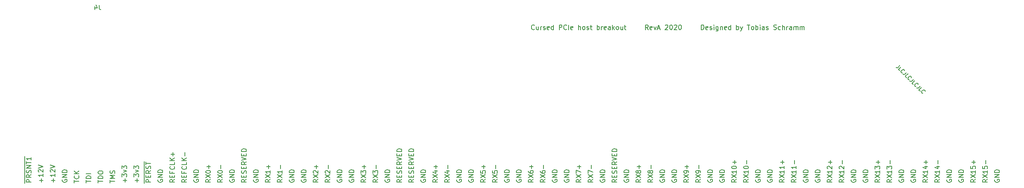
<source format=gto>
%TF.GenerationSoftware,KiCad,Pcbnew,5.1.6*%
%TF.CreationDate,2020-09-02T12:15:33+02:00*%
%TF.ProjectId,host_adapter,686f7374-5f61-4646-9170-7465722e6b69,rev?*%
%TF.SameCoordinates,Original*%
%TF.FileFunction,Legend,Top*%
%TF.FilePolarity,Positive*%
%FSLAX46Y46*%
G04 Gerber Fmt 4.6, Leading zero omitted, Abs format (unit mm)*
G04 Created by KiCad (PCBNEW 5.1.6) date 2020-09-02 12:15:33*
%MOMM*%
%LPD*%
G01*
G04 APERTURE LIST*
%ADD10C,0.150000*%
G04 APERTURE END LIST*
D10*
X229867380Y-110232976D02*
X229391190Y-110566309D01*
X229867380Y-110804404D02*
X228867380Y-110804404D01*
X228867380Y-110423452D01*
X228915000Y-110328214D01*
X228962619Y-110280595D01*
X229057857Y-110232976D01*
X229200714Y-110232976D01*
X229295952Y-110280595D01*
X229343571Y-110328214D01*
X229391190Y-110423452D01*
X229391190Y-110804404D01*
X228867380Y-109899642D02*
X229867380Y-109232976D01*
X228867380Y-109232976D02*
X229867380Y-109899642D01*
X229867380Y-108328214D02*
X229867380Y-108899642D01*
X229867380Y-108613928D02*
X228867380Y-108613928D01*
X229010238Y-108709166D01*
X229105476Y-108804404D01*
X229153095Y-108899642D01*
X228867380Y-107423452D02*
X228867380Y-107899642D01*
X229343571Y-107947261D01*
X229295952Y-107899642D01*
X229248333Y-107804404D01*
X229248333Y-107566309D01*
X229295952Y-107471071D01*
X229343571Y-107423452D01*
X229438809Y-107375833D01*
X229676904Y-107375833D01*
X229772142Y-107423452D01*
X229819761Y-107471071D01*
X229867380Y-107566309D01*
X229867380Y-107804404D01*
X229819761Y-107899642D01*
X229772142Y-107947261D01*
X229486428Y-106947261D02*
X229486428Y-106185357D01*
X231455000Y-110280595D02*
X231407380Y-110375833D01*
X231407380Y-110518690D01*
X231455000Y-110661547D01*
X231550238Y-110756785D01*
X231645476Y-110804404D01*
X231835952Y-110852023D01*
X231978809Y-110852023D01*
X232169285Y-110804404D01*
X232264523Y-110756785D01*
X232359761Y-110661547D01*
X232407380Y-110518690D01*
X232407380Y-110423452D01*
X232359761Y-110280595D01*
X232312142Y-110232976D01*
X231978809Y-110232976D01*
X231978809Y-110423452D01*
X232407380Y-109804404D02*
X231407380Y-109804404D01*
X232407380Y-109232976D01*
X231407380Y-109232976D01*
X232407380Y-108756785D02*
X231407380Y-108756785D01*
X231407380Y-108518690D01*
X231455000Y-108375833D01*
X231550238Y-108280595D01*
X231645476Y-108232976D01*
X231835952Y-108185357D01*
X231978809Y-108185357D01*
X232169285Y-108232976D01*
X232264523Y-108280595D01*
X232359761Y-108375833D01*
X232407380Y-108518690D01*
X232407380Y-108756785D01*
X227327380Y-110232976D02*
X226851190Y-110566309D01*
X227327380Y-110804404D02*
X226327380Y-110804404D01*
X226327380Y-110423452D01*
X226375000Y-110328214D01*
X226422619Y-110280595D01*
X226517857Y-110232976D01*
X226660714Y-110232976D01*
X226755952Y-110280595D01*
X226803571Y-110328214D01*
X226851190Y-110423452D01*
X226851190Y-110804404D01*
X226327380Y-109899642D02*
X227327380Y-109232976D01*
X226327380Y-109232976D02*
X227327380Y-109899642D01*
X227327380Y-108328214D02*
X227327380Y-108899642D01*
X227327380Y-108613928D02*
X226327380Y-108613928D01*
X226470238Y-108709166D01*
X226565476Y-108804404D01*
X226613095Y-108899642D01*
X226327380Y-107423452D02*
X226327380Y-107899642D01*
X226803571Y-107947261D01*
X226755952Y-107899642D01*
X226708333Y-107804404D01*
X226708333Y-107566309D01*
X226755952Y-107471071D01*
X226803571Y-107423452D01*
X226898809Y-107375833D01*
X227136904Y-107375833D01*
X227232142Y-107423452D01*
X227279761Y-107471071D01*
X227327380Y-107566309D01*
X227327380Y-107804404D01*
X227279761Y-107899642D01*
X227232142Y-107947261D01*
X226946428Y-106947261D02*
X226946428Y-106185357D01*
X227327380Y-106566309D02*
X226565476Y-106566309D01*
X221295000Y-110280595D02*
X221247380Y-110375833D01*
X221247380Y-110518690D01*
X221295000Y-110661547D01*
X221390238Y-110756785D01*
X221485476Y-110804404D01*
X221675952Y-110852023D01*
X221818809Y-110852023D01*
X222009285Y-110804404D01*
X222104523Y-110756785D01*
X222199761Y-110661547D01*
X222247380Y-110518690D01*
X222247380Y-110423452D01*
X222199761Y-110280595D01*
X222152142Y-110232976D01*
X221818809Y-110232976D01*
X221818809Y-110423452D01*
X222247380Y-109804404D02*
X221247380Y-109804404D01*
X222247380Y-109232976D01*
X221247380Y-109232976D01*
X222247380Y-108756785D02*
X221247380Y-108756785D01*
X221247380Y-108518690D01*
X221295000Y-108375833D01*
X221390238Y-108280595D01*
X221485476Y-108232976D01*
X221675952Y-108185357D01*
X221818809Y-108185357D01*
X222009285Y-108232976D01*
X222104523Y-108280595D01*
X222199761Y-108375833D01*
X222247380Y-108518690D01*
X222247380Y-108756785D01*
X219707380Y-110232976D02*
X219231190Y-110566309D01*
X219707380Y-110804404D02*
X218707380Y-110804404D01*
X218707380Y-110423452D01*
X218755000Y-110328214D01*
X218802619Y-110280595D01*
X218897857Y-110232976D01*
X219040714Y-110232976D01*
X219135952Y-110280595D01*
X219183571Y-110328214D01*
X219231190Y-110423452D01*
X219231190Y-110804404D01*
X218707380Y-109899642D02*
X219707380Y-109232976D01*
X218707380Y-109232976D02*
X219707380Y-109899642D01*
X219707380Y-108328214D02*
X219707380Y-108899642D01*
X219707380Y-108613928D02*
X218707380Y-108613928D01*
X218850238Y-108709166D01*
X218945476Y-108804404D01*
X218993095Y-108899642D01*
X219040714Y-107471071D02*
X219707380Y-107471071D01*
X218659761Y-107709166D02*
X219374047Y-107947261D01*
X219374047Y-107328214D01*
X219326428Y-106947261D02*
X219326428Y-106185357D01*
X217167380Y-110232976D02*
X216691190Y-110566309D01*
X217167380Y-110804404D02*
X216167380Y-110804404D01*
X216167380Y-110423452D01*
X216215000Y-110328214D01*
X216262619Y-110280595D01*
X216357857Y-110232976D01*
X216500714Y-110232976D01*
X216595952Y-110280595D01*
X216643571Y-110328214D01*
X216691190Y-110423452D01*
X216691190Y-110804404D01*
X216167380Y-109899642D02*
X217167380Y-109232976D01*
X216167380Y-109232976D02*
X217167380Y-109899642D01*
X217167380Y-108328214D02*
X217167380Y-108899642D01*
X217167380Y-108613928D02*
X216167380Y-108613928D01*
X216310238Y-108709166D01*
X216405476Y-108804404D01*
X216453095Y-108899642D01*
X216500714Y-107471071D02*
X217167380Y-107471071D01*
X216119761Y-107709166D02*
X216834047Y-107947261D01*
X216834047Y-107328214D01*
X216786428Y-106947261D02*
X216786428Y-106185357D01*
X217167380Y-106566309D02*
X216405476Y-106566309D01*
X213675000Y-110280595D02*
X213627380Y-110375833D01*
X213627380Y-110518690D01*
X213675000Y-110661547D01*
X213770238Y-110756785D01*
X213865476Y-110804404D01*
X214055952Y-110852023D01*
X214198809Y-110852023D01*
X214389285Y-110804404D01*
X214484523Y-110756785D01*
X214579761Y-110661547D01*
X214627380Y-110518690D01*
X214627380Y-110423452D01*
X214579761Y-110280595D01*
X214532142Y-110232976D01*
X214198809Y-110232976D01*
X214198809Y-110423452D01*
X214627380Y-109804404D02*
X213627380Y-109804404D01*
X214627380Y-109232976D01*
X213627380Y-109232976D01*
X214627380Y-108756785D02*
X213627380Y-108756785D01*
X213627380Y-108518690D01*
X213675000Y-108375833D01*
X213770238Y-108280595D01*
X213865476Y-108232976D01*
X214055952Y-108185357D01*
X214198809Y-108185357D01*
X214389285Y-108232976D01*
X214484523Y-108280595D01*
X214579761Y-108375833D01*
X214627380Y-108518690D01*
X214627380Y-108756785D01*
X211135000Y-110280595D02*
X211087380Y-110375833D01*
X211087380Y-110518690D01*
X211135000Y-110661547D01*
X211230238Y-110756785D01*
X211325476Y-110804404D01*
X211515952Y-110852023D01*
X211658809Y-110852023D01*
X211849285Y-110804404D01*
X211944523Y-110756785D01*
X212039761Y-110661547D01*
X212087380Y-110518690D01*
X212087380Y-110423452D01*
X212039761Y-110280595D01*
X211992142Y-110232976D01*
X211658809Y-110232976D01*
X211658809Y-110423452D01*
X212087380Y-109804404D02*
X211087380Y-109804404D01*
X212087380Y-109232976D01*
X211087380Y-109232976D01*
X212087380Y-108756785D02*
X211087380Y-108756785D01*
X211087380Y-108518690D01*
X211135000Y-108375833D01*
X211230238Y-108280595D01*
X211325476Y-108232976D01*
X211515952Y-108185357D01*
X211658809Y-108185357D01*
X211849285Y-108232976D01*
X211944523Y-108280595D01*
X212039761Y-108375833D01*
X212087380Y-108518690D01*
X212087380Y-108756785D01*
X223835000Y-110280595D02*
X223787380Y-110375833D01*
X223787380Y-110518690D01*
X223835000Y-110661547D01*
X223930238Y-110756785D01*
X224025476Y-110804404D01*
X224215952Y-110852023D01*
X224358809Y-110852023D01*
X224549285Y-110804404D01*
X224644523Y-110756785D01*
X224739761Y-110661547D01*
X224787380Y-110518690D01*
X224787380Y-110423452D01*
X224739761Y-110280595D01*
X224692142Y-110232976D01*
X224358809Y-110232976D01*
X224358809Y-110423452D01*
X224787380Y-109804404D02*
X223787380Y-109804404D01*
X224787380Y-109232976D01*
X223787380Y-109232976D01*
X224787380Y-108756785D02*
X223787380Y-108756785D01*
X223787380Y-108518690D01*
X223835000Y-108375833D01*
X223930238Y-108280595D01*
X224025476Y-108232976D01*
X224215952Y-108185357D01*
X224358809Y-108185357D01*
X224549285Y-108232976D01*
X224644523Y-108280595D01*
X224739761Y-108375833D01*
X224787380Y-108518690D01*
X224787380Y-108756785D01*
X207007380Y-110232976D02*
X206531190Y-110566309D01*
X207007380Y-110804404D02*
X206007380Y-110804404D01*
X206007380Y-110423452D01*
X206055000Y-110328214D01*
X206102619Y-110280595D01*
X206197857Y-110232976D01*
X206340714Y-110232976D01*
X206435952Y-110280595D01*
X206483571Y-110328214D01*
X206531190Y-110423452D01*
X206531190Y-110804404D01*
X206007380Y-109899642D02*
X207007380Y-109232976D01*
X206007380Y-109232976D02*
X207007380Y-109899642D01*
X207007380Y-108328214D02*
X207007380Y-108899642D01*
X207007380Y-108613928D02*
X206007380Y-108613928D01*
X206150238Y-108709166D01*
X206245476Y-108804404D01*
X206293095Y-108899642D01*
X206007380Y-107994880D02*
X206007380Y-107375833D01*
X206388333Y-107709166D01*
X206388333Y-107566309D01*
X206435952Y-107471071D01*
X206483571Y-107423452D01*
X206578809Y-107375833D01*
X206816904Y-107375833D01*
X206912142Y-107423452D01*
X206959761Y-107471071D01*
X207007380Y-107566309D01*
X207007380Y-107852023D01*
X206959761Y-107947261D01*
X206912142Y-107994880D01*
X206626428Y-106947261D02*
X206626428Y-106185357D01*
X207007380Y-106566309D02*
X206245476Y-106566309D01*
X203515000Y-110280595D02*
X203467380Y-110375833D01*
X203467380Y-110518690D01*
X203515000Y-110661547D01*
X203610238Y-110756785D01*
X203705476Y-110804404D01*
X203895952Y-110852023D01*
X204038809Y-110852023D01*
X204229285Y-110804404D01*
X204324523Y-110756785D01*
X204419761Y-110661547D01*
X204467380Y-110518690D01*
X204467380Y-110423452D01*
X204419761Y-110280595D01*
X204372142Y-110232976D01*
X204038809Y-110232976D01*
X204038809Y-110423452D01*
X204467380Y-109804404D02*
X203467380Y-109804404D01*
X204467380Y-109232976D01*
X203467380Y-109232976D01*
X204467380Y-108756785D02*
X203467380Y-108756785D01*
X203467380Y-108518690D01*
X203515000Y-108375833D01*
X203610238Y-108280595D01*
X203705476Y-108232976D01*
X203895952Y-108185357D01*
X204038809Y-108185357D01*
X204229285Y-108232976D01*
X204324523Y-108280595D01*
X204419761Y-108375833D01*
X204467380Y-108518690D01*
X204467380Y-108756785D01*
X200975000Y-110280595D02*
X200927380Y-110375833D01*
X200927380Y-110518690D01*
X200975000Y-110661547D01*
X201070238Y-110756785D01*
X201165476Y-110804404D01*
X201355952Y-110852023D01*
X201498809Y-110852023D01*
X201689285Y-110804404D01*
X201784523Y-110756785D01*
X201879761Y-110661547D01*
X201927380Y-110518690D01*
X201927380Y-110423452D01*
X201879761Y-110280595D01*
X201832142Y-110232976D01*
X201498809Y-110232976D01*
X201498809Y-110423452D01*
X201927380Y-109804404D02*
X200927380Y-109804404D01*
X201927380Y-109232976D01*
X200927380Y-109232976D01*
X201927380Y-108756785D02*
X200927380Y-108756785D01*
X200927380Y-108518690D01*
X200975000Y-108375833D01*
X201070238Y-108280595D01*
X201165476Y-108232976D01*
X201355952Y-108185357D01*
X201498809Y-108185357D01*
X201689285Y-108232976D01*
X201784523Y-108280595D01*
X201879761Y-108375833D01*
X201927380Y-108518690D01*
X201927380Y-108756785D01*
X209547380Y-110232976D02*
X209071190Y-110566309D01*
X209547380Y-110804404D02*
X208547380Y-110804404D01*
X208547380Y-110423452D01*
X208595000Y-110328214D01*
X208642619Y-110280595D01*
X208737857Y-110232976D01*
X208880714Y-110232976D01*
X208975952Y-110280595D01*
X209023571Y-110328214D01*
X209071190Y-110423452D01*
X209071190Y-110804404D01*
X208547380Y-109899642D02*
X209547380Y-109232976D01*
X208547380Y-109232976D02*
X209547380Y-109899642D01*
X209547380Y-108328214D02*
X209547380Y-108899642D01*
X209547380Y-108613928D02*
X208547380Y-108613928D01*
X208690238Y-108709166D01*
X208785476Y-108804404D01*
X208833095Y-108899642D01*
X208547380Y-107994880D02*
X208547380Y-107375833D01*
X208928333Y-107709166D01*
X208928333Y-107566309D01*
X208975952Y-107471071D01*
X209023571Y-107423452D01*
X209118809Y-107375833D01*
X209356904Y-107375833D01*
X209452142Y-107423452D01*
X209499761Y-107471071D01*
X209547380Y-107566309D01*
X209547380Y-107852023D01*
X209499761Y-107947261D01*
X209452142Y-107994880D01*
X209166428Y-106947261D02*
X209166428Y-106185357D01*
X196847380Y-110232976D02*
X196371190Y-110566309D01*
X196847380Y-110804404D02*
X195847380Y-110804404D01*
X195847380Y-110423452D01*
X195895000Y-110328214D01*
X195942619Y-110280595D01*
X196037857Y-110232976D01*
X196180714Y-110232976D01*
X196275952Y-110280595D01*
X196323571Y-110328214D01*
X196371190Y-110423452D01*
X196371190Y-110804404D01*
X195847380Y-109899642D02*
X196847380Y-109232976D01*
X195847380Y-109232976D02*
X196847380Y-109899642D01*
X196847380Y-108328214D02*
X196847380Y-108899642D01*
X196847380Y-108613928D02*
X195847380Y-108613928D01*
X195990238Y-108709166D01*
X196085476Y-108804404D01*
X196133095Y-108899642D01*
X195942619Y-107947261D02*
X195895000Y-107899642D01*
X195847380Y-107804404D01*
X195847380Y-107566309D01*
X195895000Y-107471071D01*
X195942619Y-107423452D01*
X196037857Y-107375833D01*
X196133095Y-107375833D01*
X196275952Y-107423452D01*
X196847380Y-107994880D01*
X196847380Y-107375833D01*
X196466428Y-106947261D02*
X196466428Y-106185357D01*
X196847380Y-106566309D02*
X196085476Y-106566309D01*
X193355000Y-110280595D02*
X193307380Y-110375833D01*
X193307380Y-110518690D01*
X193355000Y-110661547D01*
X193450238Y-110756785D01*
X193545476Y-110804404D01*
X193735952Y-110852023D01*
X193878809Y-110852023D01*
X194069285Y-110804404D01*
X194164523Y-110756785D01*
X194259761Y-110661547D01*
X194307380Y-110518690D01*
X194307380Y-110423452D01*
X194259761Y-110280595D01*
X194212142Y-110232976D01*
X193878809Y-110232976D01*
X193878809Y-110423452D01*
X194307380Y-109804404D02*
X193307380Y-109804404D01*
X194307380Y-109232976D01*
X193307380Y-109232976D01*
X194307380Y-108756785D02*
X193307380Y-108756785D01*
X193307380Y-108518690D01*
X193355000Y-108375833D01*
X193450238Y-108280595D01*
X193545476Y-108232976D01*
X193735952Y-108185357D01*
X193878809Y-108185357D01*
X194069285Y-108232976D01*
X194164523Y-108280595D01*
X194259761Y-108375833D01*
X194307380Y-108518690D01*
X194307380Y-108756785D01*
X199387380Y-110232976D02*
X198911190Y-110566309D01*
X199387380Y-110804404D02*
X198387380Y-110804404D01*
X198387380Y-110423452D01*
X198435000Y-110328214D01*
X198482619Y-110280595D01*
X198577857Y-110232976D01*
X198720714Y-110232976D01*
X198815952Y-110280595D01*
X198863571Y-110328214D01*
X198911190Y-110423452D01*
X198911190Y-110804404D01*
X198387380Y-109899642D02*
X199387380Y-109232976D01*
X198387380Y-109232976D02*
X199387380Y-109899642D01*
X199387380Y-108328214D02*
X199387380Y-108899642D01*
X199387380Y-108613928D02*
X198387380Y-108613928D01*
X198530238Y-108709166D01*
X198625476Y-108804404D01*
X198673095Y-108899642D01*
X198482619Y-107947261D02*
X198435000Y-107899642D01*
X198387380Y-107804404D01*
X198387380Y-107566309D01*
X198435000Y-107471071D01*
X198482619Y-107423452D01*
X198577857Y-107375833D01*
X198673095Y-107375833D01*
X198815952Y-107423452D01*
X199387380Y-107994880D01*
X199387380Y-107375833D01*
X199006428Y-106947261D02*
X199006428Y-106185357D01*
X186687380Y-110232976D02*
X186211190Y-110566309D01*
X186687380Y-110804404D02*
X185687380Y-110804404D01*
X185687380Y-110423452D01*
X185735000Y-110328214D01*
X185782619Y-110280595D01*
X185877857Y-110232976D01*
X186020714Y-110232976D01*
X186115952Y-110280595D01*
X186163571Y-110328214D01*
X186211190Y-110423452D01*
X186211190Y-110804404D01*
X185687380Y-109899642D02*
X186687380Y-109232976D01*
X185687380Y-109232976D02*
X186687380Y-109899642D01*
X186687380Y-108328214D02*
X186687380Y-108899642D01*
X186687380Y-108613928D02*
X185687380Y-108613928D01*
X185830238Y-108709166D01*
X185925476Y-108804404D01*
X185973095Y-108899642D01*
X186687380Y-107375833D02*
X186687380Y-107947261D01*
X186687380Y-107661547D02*
X185687380Y-107661547D01*
X185830238Y-107756785D01*
X185925476Y-107852023D01*
X185973095Y-107947261D01*
X186306428Y-106947261D02*
X186306428Y-106185357D01*
X186687380Y-106566309D02*
X185925476Y-106566309D01*
X190815000Y-110280595D02*
X190767380Y-110375833D01*
X190767380Y-110518690D01*
X190815000Y-110661547D01*
X190910238Y-110756785D01*
X191005476Y-110804404D01*
X191195952Y-110852023D01*
X191338809Y-110852023D01*
X191529285Y-110804404D01*
X191624523Y-110756785D01*
X191719761Y-110661547D01*
X191767380Y-110518690D01*
X191767380Y-110423452D01*
X191719761Y-110280595D01*
X191672142Y-110232976D01*
X191338809Y-110232976D01*
X191338809Y-110423452D01*
X191767380Y-109804404D02*
X190767380Y-109804404D01*
X191767380Y-109232976D01*
X190767380Y-109232976D01*
X191767380Y-108756785D02*
X190767380Y-108756785D01*
X190767380Y-108518690D01*
X190815000Y-108375833D01*
X190910238Y-108280595D01*
X191005476Y-108232976D01*
X191195952Y-108185357D01*
X191338809Y-108185357D01*
X191529285Y-108232976D01*
X191624523Y-108280595D01*
X191719761Y-108375833D01*
X191767380Y-108518690D01*
X191767380Y-108756785D01*
X189227380Y-110232976D02*
X188751190Y-110566309D01*
X189227380Y-110804404D02*
X188227380Y-110804404D01*
X188227380Y-110423452D01*
X188275000Y-110328214D01*
X188322619Y-110280595D01*
X188417857Y-110232976D01*
X188560714Y-110232976D01*
X188655952Y-110280595D01*
X188703571Y-110328214D01*
X188751190Y-110423452D01*
X188751190Y-110804404D01*
X188227380Y-109899642D02*
X189227380Y-109232976D01*
X188227380Y-109232976D02*
X189227380Y-109899642D01*
X189227380Y-108328214D02*
X189227380Y-108899642D01*
X189227380Y-108613928D02*
X188227380Y-108613928D01*
X188370238Y-108709166D01*
X188465476Y-108804404D01*
X188513095Y-108899642D01*
X189227380Y-107375833D02*
X189227380Y-107947261D01*
X189227380Y-107661547D02*
X188227380Y-107661547D01*
X188370238Y-107756785D01*
X188465476Y-107852023D01*
X188513095Y-107947261D01*
X188846428Y-106947261D02*
X188846428Y-106185357D01*
X180655000Y-110280595D02*
X180607380Y-110375833D01*
X180607380Y-110518690D01*
X180655000Y-110661547D01*
X180750238Y-110756785D01*
X180845476Y-110804404D01*
X181035952Y-110852023D01*
X181178809Y-110852023D01*
X181369285Y-110804404D01*
X181464523Y-110756785D01*
X181559761Y-110661547D01*
X181607380Y-110518690D01*
X181607380Y-110423452D01*
X181559761Y-110280595D01*
X181512142Y-110232976D01*
X181178809Y-110232976D01*
X181178809Y-110423452D01*
X181607380Y-109804404D02*
X180607380Y-109804404D01*
X181607380Y-109232976D01*
X180607380Y-109232976D01*
X181607380Y-108756785D02*
X180607380Y-108756785D01*
X180607380Y-108518690D01*
X180655000Y-108375833D01*
X180750238Y-108280595D01*
X180845476Y-108232976D01*
X181035952Y-108185357D01*
X181178809Y-108185357D01*
X181369285Y-108232976D01*
X181464523Y-108280595D01*
X181559761Y-108375833D01*
X181607380Y-108518690D01*
X181607380Y-108756785D01*
X183195000Y-110280595D02*
X183147380Y-110375833D01*
X183147380Y-110518690D01*
X183195000Y-110661547D01*
X183290238Y-110756785D01*
X183385476Y-110804404D01*
X183575952Y-110852023D01*
X183718809Y-110852023D01*
X183909285Y-110804404D01*
X184004523Y-110756785D01*
X184099761Y-110661547D01*
X184147380Y-110518690D01*
X184147380Y-110423452D01*
X184099761Y-110280595D01*
X184052142Y-110232976D01*
X183718809Y-110232976D01*
X183718809Y-110423452D01*
X184147380Y-109804404D02*
X183147380Y-109804404D01*
X184147380Y-109232976D01*
X183147380Y-109232976D01*
X184147380Y-108756785D02*
X183147380Y-108756785D01*
X183147380Y-108518690D01*
X183195000Y-108375833D01*
X183290238Y-108280595D01*
X183385476Y-108232976D01*
X183575952Y-108185357D01*
X183718809Y-108185357D01*
X183909285Y-108232976D01*
X184004523Y-108280595D01*
X184099761Y-108375833D01*
X184147380Y-108518690D01*
X184147380Y-108756785D01*
X176527380Y-110232976D02*
X176051190Y-110566309D01*
X176527380Y-110804404D02*
X175527380Y-110804404D01*
X175527380Y-110423452D01*
X175575000Y-110328214D01*
X175622619Y-110280595D01*
X175717857Y-110232976D01*
X175860714Y-110232976D01*
X175955952Y-110280595D01*
X176003571Y-110328214D01*
X176051190Y-110423452D01*
X176051190Y-110804404D01*
X175527380Y-109899642D02*
X176527380Y-109232976D01*
X175527380Y-109232976D02*
X176527380Y-109899642D01*
X176527380Y-108328214D02*
X176527380Y-108899642D01*
X176527380Y-108613928D02*
X175527380Y-108613928D01*
X175670238Y-108709166D01*
X175765476Y-108804404D01*
X175813095Y-108899642D01*
X175527380Y-107709166D02*
X175527380Y-107613928D01*
X175575000Y-107518690D01*
X175622619Y-107471071D01*
X175717857Y-107423452D01*
X175908333Y-107375833D01*
X176146428Y-107375833D01*
X176336904Y-107423452D01*
X176432142Y-107471071D01*
X176479761Y-107518690D01*
X176527380Y-107613928D01*
X176527380Y-107709166D01*
X176479761Y-107804404D01*
X176432142Y-107852023D01*
X176336904Y-107899642D01*
X176146428Y-107947261D01*
X175908333Y-107947261D01*
X175717857Y-107899642D01*
X175622619Y-107852023D01*
X175575000Y-107804404D01*
X175527380Y-107709166D01*
X176146428Y-106947261D02*
X176146428Y-106185357D01*
X176527380Y-106566309D02*
X175765476Y-106566309D01*
X170495000Y-110280595D02*
X170447380Y-110375833D01*
X170447380Y-110518690D01*
X170495000Y-110661547D01*
X170590238Y-110756785D01*
X170685476Y-110804404D01*
X170875952Y-110852023D01*
X171018809Y-110852023D01*
X171209285Y-110804404D01*
X171304523Y-110756785D01*
X171399761Y-110661547D01*
X171447380Y-110518690D01*
X171447380Y-110423452D01*
X171399761Y-110280595D01*
X171352142Y-110232976D01*
X171018809Y-110232976D01*
X171018809Y-110423452D01*
X171447380Y-109804404D02*
X170447380Y-109804404D01*
X171447380Y-109232976D01*
X170447380Y-109232976D01*
X171447380Y-108756785D02*
X170447380Y-108756785D01*
X170447380Y-108518690D01*
X170495000Y-108375833D01*
X170590238Y-108280595D01*
X170685476Y-108232976D01*
X170875952Y-108185357D01*
X171018809Y-108185357D01*
X171209285Y-108232976D01*
X171304523Y-108280595D01*
X171399761Y-108375833D01*
X171447380Y-108518690D01*
X171447380Y-108756785D01*
X173035000Y-110280595D02*
X172987380Y-110375833D01*
X172987380Y-110518690D01*
X173035000Y-110661547D01*
X173130238Y-110756785D01*
X173225476Y-110804404D01*
X173415952Y-110852023D01*
X173558809Y-110852023D01*
X173749285Y-110804404D01*
X173844523Y-110756785D01*
X173939761Y-110661547D01*
X173987380Y-110518690D01*
X173987380Y-110423452D01*
X173939761Y-110280595D01*
X173892142Y-110232976D01*
X173558809Y-110232976D01*
X173558809Y-110423452D01*
X173987380Y-109804404D02*
X172987380Y-109804404D01*
X173987380Y-109232976D01*
X172987380Y-109232976D01*
X173987380Y-108756785D02*
X172987380Y-108756785D01*
X172987380Y-108518690D01*
X173035000Y-108375833D01*
X173130238Y-108280595D01*
X173225476Y-108232976D01*
X173415952Y-108185357D01*
X173558809Y-108185357D01*
X173749285Y-108232976D01*
X173844523Y-108280595D01*
X173939761Y-108375833D01*
X173987380Y-108518690D01*
X173987380Y-108756785D01*
X179067380Y-110232976D02*
X178591190Y-110566309D01*
X179067380Y-110804404D02*
X178067380Y-110804404D01*
X178067380Y-110423452D01*
X178115000Y-110328214D01*
X178162619Y-110280595D01*
X178257857Y-110232976D01*
X178400714Y-110232976D01*
X178495952Y-110280595D01*
X178543571Y-110328214D01*
X178591190Y-110423452D01*
X178591190Y-110804404D01*
X178067380Y-109899642D02*
X179067380Y-109232976D01*
X178067380Y-109232976D02*
X179067380Y-109899642D01*
X179067380Y-108328214D02*
X179067380Y-108899642D01*
X179067380Y-108613928D02*
X178067380Y-108613928D01*
X178210238Y-108709166D01*
X178305476Y-108804404D01*
X178353095Y-108899642D01*
X178067380Y-107709166D02*
X178067380Y-107613928D01*
X178115000Y-107518690D01*
X178162619Y-107471071D01*
X178257857Y-107423452D01*
X178448333Y-107375833D01*
X178686428Y-107375833D01*
X178876904Y-107423452D01*
X178972142Y-107471071D01*
X179019761Y-107518690D01*
X179067380Y-107613928D01*
X179067380Y-107709166D01*
X179019761Y-107804404D01*
X178972142Y-107852023D01*
X178876904Y-107899642D01*
X178686428Y-107947261D01*
X178448333Y-107947261D01*
X178257857Y-107899642D01*
X178162619Y-107852023D01*
X178115000Y-107804404D01*
X178067380Y-107709166D01*
X178686428Y-106947261D02*
X178686428Y-106185357D01*
X166367380Y-110232976D02*
X165891190Y-110566309D01*
X166367380Y-110804404D02*
X165367380Y-110804404D01*
X165367380Y-110423452D01*
X165415000Y-110328214D01*
X165462619Y-110280595D01*
X165557857Y-110232976D01*
X165700714Y-110232976D01*
X165795952Y-110280595D01*
X165843571Y-110328214D01*
X165891190Y-110423452D01*
X165891190Y-110804404D01*
X165367380Y-109899642D02*
X166367380Y-109232976D01*
X165367380Y-109232976D02*
X166367380Y-109899642D01*
X166367380Y-108804404D02*
X166367380Y-108613928D01*
X166319761Y-108518690D01*
X166272142Y-108471071D01*
X166129285Y-108375833D01*
X165938809Y-108328214D01*
X165557857Y-108328214D01*
X165462619Y-108375833D01*
X165415000Y-108423452D01*
X165367380Y-108518690D01*
X165367380Y-108709166D01*
X165415000Y-108804404D01*
X165462619Y-108852023D01*
X165557857Y-108899642D01*
X165795952Y-108899642D01*
X165891190Y-108852023D01*
X165938809Y-108804404D01*
X165986428Y-108709166D01*
X165986428Y-108518690D01*
X165938809Y-108423452D01*
X165891190Y-108375833D01*
X165795952Y-108328214D01*
X165986428Y-107899642D02*
X165986428Y-107137738D01*
X166367380Y-107518690D02*
X165605476Y-107518690D01*
X162875000Y-110280595D02*
X162827380Y-110375833D01*
X162827380Y-110518690D01*
X162875000Y-110661547D01*
X162970238Y-110756785D01*
X163065476Y-110804404D01*
X163255952Y-110852023D01*
X163398809Y-110852023D01*
X163589285Y-110804404D01*
X163684523Y-110756785D01*
X163779761Y-110661547D01*
X163827380Y-110518690D01*
X163827380Y-110423452D01*
X163779761Y-110280595D01*
X163732142Y-110232976D01*
X163398809Y-110232976D01*
X163398809Y-110423452D01*
X163827380Y-109804404D02*
X162827380Y-109804404D01*
X163827380Y-109232976D01*
X162827380Y-109232976D01*
X163827380Y-108756785D02*
X162827380Y-108756785D01*
X162827380Y-108518690D01*
X162875000Y-108375833D01*
X162970238Y-108280595D01*
X163065476Y-108232976D01*
X163255952Y-108185357D01*
X163398809Y-108185357D01*
X163589285Y-108232976D01*
X163684523Y-108280595D01*
X163779761Y-108375833D01*
X163827380Y-108518690D01*
X163827380Y-108756785D01*
X160335000Y-110280595D02*
X160287380Y-110375833D01*
X160287380Y-110518690D01*
X160335000Y-110661547D01*
X160430238Y-110756785D01*
X160525476Y-110804404D01*
X160715952Y-110852023D01*
X160858809Y-110852023D01*
X161049285Y-110804404D01*
X161144523Y-110756785D01*
X161239761Y-110661547D01*
X161287380Y-110518690D01*
X161287380Y-110423452D01*
X161239761Y-110280595D01*
X161192142Y-110232976D01*
X160858809Y-110232976D01*
X160858809Y-110423452D01*
X161287380Y-109804404D02*
X160287380Y-109804404D01*
X161287380Y-109232976D01*
X160287380Y-109232976D01*
X161287380Y-108756785D02*
X160287380Y-108756785D01*
X160287380Y-108518690D01*
X160335000Y-108375833D01*
X160430238Y-108280595D01*
X160525476Y-108232976D01*
X160715952Y-108185357D01*
X160858809Y-108185357D01*
X161049285Y-108232976D01*
X161144523Y-108280595D01*
X161239761Y-108375833D01*
X161287380Y-108518690D01*
X161287380Y-108756785D01*
X158747380Y-110232976D02*
X158271190Y-110566309D01*
X158747380Y-110804404D02*
X157747380Y-110804404D01*
X157747380Y-110423452D01*
X157795000Y-110328214D01*
X157842619Y-110280595D01*
X157937857Y-110232976D01*
X158080714Y-110232976D01*
X158175952Y-110280595D01*
X158223571Y-110328214D01*
X158271190Y-110423452D01*
X158271190Y-110804404D01*
X157747380Y-109899642D02*
X158747380Y-109232976D01*
X157747380Y-109232976D02*
X158747380Y-109899642D01*
X158175952Y-108709166D02*
X158128333Y-108804404D01*
X158080714Y-108852023D01*
X157985476Y-108899642D01*
X157937857Y-108899642D01*
X157842619Y-108852023D01*
X157795000Y-108804404D01*
X157747380Y-108709166D01*
X157747380Y-108518690D01*
X157795000Y-108423452D01*
X157842619Y-108375833D01*
X157937857Y-108328214D01*
X157985476Y-108328214D01*
X158080714Y-108375833D01*
X158128333Y-108423452D01*
X158175952Y-108518690D01*
X158175952Y-108709166D01*
X158223571Y-108804404D01*
X158271190Y-108852023D01*
X158366428Y-108899642D01*
X158556904Y-108899642D01*
X158652142Y-108852023D01*
X158699761Y-108804404D01*
X158747380Y-108709166D01*
X158747380Y-108518690D01*
X158699761Y-108423452D01*
X158652142Y-108375833D01*
X158556904Y-108328214D01*
X158366428Y-108328214D01*
X158271190Y-108375833D01*
X158223571Y-108423452D01*
X158175952Y-108518690D01*
X158366428Y-107899642D02*
X158366428Y-107137738D01*
X156207380Y-110232976D02*
X155731190Y-110566309D01*
X156207380Y-110804404D02*
X155207380Y-110804404D01*
X155207380Y-110423452D01*
X155255000Y-110328214D01*
X155302619Y-110280595D01*
X155397857Y-110232976D01*
X155540714Y-110232976D01*
X155635952Y-110280595D01*
X155683571Y-110328214D01*
X155731190Y-110423452D01*
X155731190Y-110804404D01*
X155207380Y-109899642D02*
X156207380Y-109232976D01*
X155207380Y-109232976D02*
X156207380Y-109899642D01*
X155635952Y-108709166D02*
X155588333Y-108804404D01*
X155540714Y-108852023D01*
X155445476Y-108899642D01*
X155397857Y-108899642D01*
X155302619Y-108852023D01*
X155255000Y-108804404D01*
X155207380Y-108709166D01*
X155207380Y-108518690D01*
X155255000Y-108423452D01*
X155302619Y-108375833D01*
X155397857Y-108328214D01*
X155445476Y-108328214D01*
X155540714Y-108375833D01*
X155588333Y-108423452D01*
X155635952Y-108518690D01*
X155635952Y-108709166D01*
X155683571Y-108804404D01*
X155731190Y-108852023D01*
X155826428Y-108899642D01*
X156016904Y-108899642D01*
X156112142Y-108852023D01*
X156159761Y-108804404D01*
X156207380Y-108709166D01*
X156207380Y-108518690D01*
X156159761Y-108423452D01*
X156112142Y-108375833D01*
X156016904Y-108328214D01*
X155826428Y-108328214D01*
X155731190Y-108375833D01*
X155683571Y-108423452D01*
X155635952Y-108518690D01*
X155826428Y-107899642D02*
X155826428Y-107137738D01*
X156207380Y-107518690D02*
X155445476Y-107518690D01*
X151127380Y-110232976D02*
X150651190Y-110566309D01*
X151127380Y-110804404D02*
X150127380Y-110804404D01*
X150127380Y-110423452D01*
X150175000Y-110328214D01*
X150222619Y-110280595D01*
X150317857Y-110232976D01*
X150460714Y-110232976D01*
X150555952Y-110280595D01*
X150603571Y-110328214D01*
X150651190Y-110423452D01*
X150651190Y-110804404D01*
X150603571Y-109804404D02*
X150603571Y-109471071D01*
X151127380Y-109328214D02*
X151127380Y-109804404D01*
X150127380Y-109804404D01*
X150127380Y-109328214D01*
X151079761Y-108947261D02*
X151127380Y-108804404D01*
X151127380Y-108566309D01*
X151079761Y-108471071D01*
X151032142Y-108423452D01*
X150936904Y-108375833D01*
X150841666Y-108375833D01*
X150746428Y-108423452D01*
X150698809Y-108471071D01*
X150651190Y-108566309D01*
X150603571Y-108756785D01*
X150555952Y-108852023D01*
X150508333Y-108899642D01*
X150413095Y-108947261D01*
X150317857Y-108947261D01*
X150222619Y-108899642D01*
X150175000Y-108852023D01*
X150127380Y-108756785D01*
X150127380Y-108518690D01*
X150175000Y-108375833D01*
X150603571Y-107947261D02*
X150603571Y-107613928D01*
X151127380Y-107471071D02*
X151127380Y-107947261D01*
X150127380Y-107947261D01*
X150127380Y-107471071D01*
X151127380Y-106471071D02*
X150651190Y-106804404D01*
X151127380Y-107042500D02*
X150127380Y-107042500D01*
X150127380Y-106661547D01*
X150175000Y-106566309D01*
X150222619Y-106518690D01*
X150317857Y-106471071D01*
X150460714Y-106471071D01*
X150555952Y-106518690D01*
X150603571Y-106566309D01*
X150651190Y-106661547D01*
X150651190Y-107042500D01*
X150127380Y-106185357D02*
X151127380Y-105852023D01*
X150127380Y-105518690D01*
X150603571Y-105185357D02*
X150603571Y-104852023D01*
X151127380Y-104709166D02*
X151127380Y-105185357D01*
X150127380Y-105185357D01*
X150127380Y-104709166D01*
X151127380Y-104280595D02*
X150127380Y-104280595D01*
X150127380Y-104042500D01*
X150175000Y-103899642D01*
X150270238Y-103804404D01*
X150365476Y-103756785D01*
X150555952Y-103709166D01*
X150698809Y-103709166D01*
X150889285Y-103756785D01*
X150984523Y-103804404D01*
X151079761Y-103899642D01*
X151127380Y-104042500D01*
X151127380Y-104280595D01*
X168907380Y-110232976D02*
X168431190Y-110566309D01*
X168907380Y-110804404D02*
X167907380Y-110804404D01*
X167907380Y-110423452D01*
X167955000Y-110328214D01*
X168002619Y-110280595D01*
X168097857Y-110232976D01*
X168240714Y-110232976D01*
X168335952Y-110280595D01*
X168383571Y-110328214D01*
X168431190Y-110423452D01*
X168431190Y-110804404D01*
X167907380Y-109899642D02*
X168907380Y-109232976D01*
X167907380Y-109232976D02*
X168907380Y-109899642D01*
X168907380Y-108804404D02*
X168907380Y-108613928D01*
X168859761Y-108518690D01*
X168812142Y-108471071D01*
X168669285Y-108375833D01*
X168478809Y-108328214D01*
X168097857Y-108328214D01*
X168002619Y-108375833D01*
X167955000Y-108423452D01*
X167907380Y-108518690D01*
X167907380Y-108709166D01*
X167955000Y-108804404D01*
X168002619Y-108852023D01*
X168097857Y-108899642D01*
X168335952Y-108899642D01*
X168431190Y-108852023D01*
X168478809Y-108804404D01*
X168526428Y-108709166D01*
X168526428Y-108518690D01*
X168478809Y-108423452D01*
X168431190Y-108375833D01*
X168335952Y-108328214D01*
X168526428Y-107899642D02*
X168526428Y-107137738D01*
X146047380Y-110232976D02*
X145571190Y-110566309D01*
X146047380Y-110804404D02*
X145047380Y-110804404D01*
X145047380Y-110423452D01*
X145095000Y-110328214D01*
X145142619Y-110280595D01*
X145237857Y-110232976D01*
X145380714Y-110232976D01*
X145475952Y-110280595D01*
X145523571Y-110328214D01*
X145571190Y-110423452D01*
X145571190Y-110804404D01*
X145047380Y-109899642D02*
X146047380Y-109232976D01*
X145047380Y-109232976D02*
X146047380Y-109899642D01*
X145047380Y-108947261D02*
X145047380Y-108280595D01*
X146047380Y-108709166D01*
X145666428Y-107899642D02*
X145666428Y-107137738D01*
X152715000Y-110280595D02*
X152667380Y-110375833D01*
X152667380Y-110518690D01*
X152715000Y-110661547D01*
X152810238Y-110756785D01*
X152905476Y-110804404D01*
X153095952Y-110852023D01*
X153238809Y-110852023D01*
X153429285Y-110804404D01*
X153524523Y-110756785D01*
X153619761Y-110661547D01*
X153667380Y-110518690D01*
X153667380Y-110423452D01*
X153619761Y-110280595D01*
X153572142Y-110232976D01*
X153238809Y-110232976D01*
X153238809Y-110423452D01*
X153667380Y-109804404D02*
X152667380Y-109804404D01*
X153667380Y-109232976D01*
X152667380Y-109232976D01*
X153667380Y-108756785D02*
X152667380Y-108756785D01*
X152667380Y-108518690D01*
X152715000Y-108375833D01*
X152810238Y-108280595D01*
X152905476Y-108232976D01*
X153095952Y-108185357D01*
X153238809Y-108185357D01*
X153429285Y-108232976D01*
X153524523Y-108280595D01*
X153619761Y-108375833D01*
X153667380Y-108518690D01*
X153667380Y-108756785D01*
X143507380Y-110232976D02*
X143031190Y-110566309D01*
X143507380Y-110804404D02*
X142507380Y-110804404D01*
X142507380Y-110423452D01*
X142555000Y-110328214D01*
X142602619Y-110280595D01*
X142697857Y-110232976D01*
X142840714Y-110232976D01*
X142935952Y-110280595D01*
X142983571Y-110328214D01*
X143031190Y-110423452D01*
X143031190Y-110804404D01*
X142507380Y-109899642D02*
X143507380Y-109232976D01*
X142507380Y-109232976D02*
X143507380Y-109899642D01*
X142507380Y-108947261D02*
X142507380Y-108280595D01*
X143507380Y-108709166D01*
X143126428Y-107899642D02*
X143126428Y-107137738D01*
X143507380Y-107518690D02*
X142745476Y-107518690D01*
X147635000Y-110280595D02*
X147587380Y-110375833D01*
X147587380Y-110518690D01*
X147635000Y-110661547D01*
X147730238Y-110756785D01*
X147825476Y-110804404D01*
X148015952Y-110852023D01*
X148158809Y-110852023D01*
X148349285Y-110804404D01*
X148444523Y-110756785D01*
X148539761Y-110661547D01*
X148587380Y-110518690D01*
X148587380Y-110423452D01*
X148539761Y-110280595D01*
X148492142Y-110232976D01*
X148158809Y-110232976D01*
X148158809Y-110423452D01*
X148587380Y-109804404D02*
X147587380Y-109804404D01*
X148587380Y-109232976D01*
X147587380Y-109232976D01*
X148587380Y-108756785D02*
X147587380Y-108756785D01*
X147587380Y-108518690D01*
X147635000Y-108375833D01*
X147730238Y-108280595D01*
X147825476Y-108232976D01*
X148015952Y-108185357D01*
X148158809Y-108185357D01*
X148349285Y-108232976D01*
X148444523Y-108280595D01*
X148539761Y-108375833D01*
X148587380Y-108518690D01*
X148587380Y-108756785D01*
X140015000Y-110280595D02*
X139967380Y-110375833D01*
X139967380Y-110518690D01*
X140015000Y-110661547D01*
X140110238Y-110756785D01*
X140205476Y-110804404D01*
X140395952Y-110852023D01*
X140538809Y-110852023D01*
X140729285Y-110804404D01*
X140824523Y-110756785D01*
X140919761Y-110661547D01*
X140967380Y-110518690D01*
X140967380Y-110423452D01*
X140919761Y-110280595D01*
X140872142Y-110232976D01*
X140538809Y-110232976D01*
X140538809Y-110423452D01*
X140967380Y-109804404D02*
X139967380Y-109804404D01*
X140967380Y-109232976D01*
X139967380Y-109232976D01*
X140967380Y-108756785D02*
X139967380Y-108756785D01*
X139967380Y-108518690D01*
X140015000Y-108375833D01*
X140110238Y-108280595D01*
X140205476Y-108232976D01*
X140395952Y-108185357D01*
X140538809Y-108185357D01*
X140729285Y-108232976D01*
X140824523Y-108280595D01*
X140919761Y-108375833D01*
X140967380Y-108518690D01*
X140967380Y-108756785D01*
X137475000Y-110280595D02*
X137427380Y-110375833D01*
X137427380Y-110518690D01*
X137475000Y-110661547D01*
X137570238Y-110756785D01*
X137665476Y-110804404D01*
X137855952Y-110852023D01*
X137998809Y-110852023D01*
X138189285Y-110804404D01*
X138284523Y-110756785D01*
X138379761Y-110661547D01*
X138427380Y-110518690D01*
X138427380Y-110423452D01*
X138379761Y-110280595D01*
X138332142Y-110232976D01*
X137998809Y-110232976D01*
X137998809Y-110423452D01*
X138427380Y-109804404D02*
X137427380Y-109804404D01*
X138427380Y-109232976D01*
X137427380Y-109232976D01*
X138427380Y-108756785D02*
X137427380Y-108756785D01*
X137427380Y-108518690D01*
X137475000Y-108375833D01*
X137570238Y-108280595D01*
X137665476Y-108232976D01*
X137855952Y-108185357D01*
X137998809Y-108185357D01*
X138189285Y-108232976D01*
X138284523Y-108280595D01*
X138379761Y-108375833D01*
X138427380Y-108518690D01*
X138427380Y-108756785D01*
X133347380Y-110232976D02*
X132871190Y-110566309D01*
X133347380Y-110804404D02*
X132347380Y-110804404D01*
X132347380Y-110423452D01*
X132395000Y-110328214D01*
X132442619Y-110280595D01*
X132537857Y-110232976D01*
X132680714Y-110232976D01*
X132775952Y-110280595D01*
X132823571Y-110328214D01*
X132871190Y-110423452D01*
X132871190Y-110804404D01*
X132347380Y-109899642D02*
X133347380Y-109232976D01*
X132347380Y-109232976D02*
X133347380Y-109899642D01*
X132347380Y-108423452D02*
X132347380Y-108613928D01*
X132395000Y-108709166D01*
X132442619Y-108756785D01*
X132585476Y-108852023D01*
X132775952Y-108899642D01*
X133156904Y-108899642D01*
X133252142Y-108852023D01*
X133299761Y-108804404D01*
X133347380Y-108709166D01*
X133347380Y-108518690D01*
X133299761Y-108423452D01*
X133252142Y-108375833D01*
X133156904Y-108328214D01*
X132918809Y-108328214D01*
X132823571Y-108375833D01*
X132775952Y-108423452D01*
X132728333Y-108518690D01*
X132728333Y-108709166D01*
X132775952Y-108804404D01*
X132823571Y-108852023D01*
X132918809Y-108899642D01*
X132966428Y-107899642D02*
X132966428Y-107137738D01*
X133347380Y-107518690D02*
X132585476Y-107518690D01*
X129855000Y-110280595D02*
X129807380Y-110375833D01*
X129807380Y-110518690D01*
X129855000Y-110661547D01*
X129950238Y-110756785D01*
X130045476Y-110804404D01*
X130235952Y-110852023D01*
X130378809Y-110852023D01*
X130569285Y-110804404D01*
X130664523Y-110756785D01*
X130759761Y-110661547D01*
X130807380Y-110518690D01*
X130807380Y-110423452D01*
X130759761Y-110280595D01*
X130712142Y-110232976D01*
X130378809Y-110232976D01*
X130378809Y-110423452D01*
X130807380Y-109804404D02*
X129807380Y-109804404D01*
X130807380Y-109232976D01*
X129807380Y-109232976D01*
X130807380Y-108756785D02*
X129807380Y-108756785D01*
X129807380Y-108518690D01*
X129855000Y-108375833D01*
X129950238Y-108280595D01*
X130045476Y-108232976D01*
X130235952Y-108185357D01*
X130378809Y-108185357D01*
X130569285Y-108232976D01*
X130664523Y-108280595D01*
X130759761Y-108375833D01*
X130807380Y-108518690D01*
X130807380Y-108756785D01*
X123187380Y-110232976D02*
X122711190Y-110566309D01*
X123187380Y-110804404D02*
X122187380Y-110804404D01*
X122187380Y-110423452D01*
X122235000Y-110328214D01*
X122282619Y-110280595D01*
X122377857Y-110232976D01*
X122520714Y-110232976D01*
X122615952Y-110280595D01*
X122663571Y-110328214D01*
X122711190Y-110423452D01*
X122711190Y-110804404D01*
X122187380Y-109899642D02*
X123187380Y-109232976D01*
X122187380Y-109232976D02*
X123187380Y-109899642D01*
X122187380Y-108375833D02*
X122187380Y-108852023D01*
X122663571Y-108899642D01*
X122615952Y-108852023D01*
X122568333Y-108756785D01*
X122568333Y-108518690D01*
X122615952Y-108423452D01*
X122663571Y-108375833D01*
X122758809Y-108328214D01*
X122996904Y-108328214D01*
X123092142Y-108375833D01*
X123139761Y-108423452D01*
X123187380Y-108518690D01*
X123187380Y-108756785D01*
X123139761Y-108852023D01*
X123092142Y-108899642D01*
X122806428Y-107899642D02*
X122806428Y-107137738D01*
X123187380Y-107518690D02*
X122425476Y-107518690D01*
X127315000Y-110280595D02*
X127267380Y-110375833D01*
X127267380Y-110518690D01*
X127315000Y-110661547D01*
X127410238Y-110756785D01*
X127505476Y-110804404D01*
X127695952Y-110852023D01*
X127838809Y-110852023D01*
X128029285Y-110804404D01*
X128124523Y-110756785D01*
X128219761Y-110661547D01*
X128267380Y-110518690D01*
X128267380Y-110423452D01*
X128219761Y-110280595D01*
X128172142Y-110232976D01*
X127838809Y-110232976D01*
X127838809Y-110423452D01*
X128267380Y-109804404D02*
X127267380Y-109804404D01*
X128267380Y-109232976D01*
X127267380Y-109232976D01*
X128267380Y-108756785D02*
X127267380Y-108756785D01*
X127267380Y-108518690D01*
X127315000Y-108375833D01*
X127410238Y-108280595D01*
X127505476Y-108232976D01*
X127695952Y-108185357D01*
X127838809Y-108185357D01*
X128029285Y-108232976D01*
X128124523Y-108280595D01*
X128219761Y-108375833D01*
X128267380Y-108518690D01*
X128267380Y-108756785D01*
X119695000Y-110280595D02*
X119647380Y-110375833D01*
X119647380Y-110518690D01*
X119695000Y-110661547D01*
X119790238Y-110756785D01*
X119885476Y-110804404D01*
X120075952Y-110852023D01*
X120218809Y-110852023D01*
X120409285Y-110804404D01*
X120504523Y-110756785D01*
X120599761Y-110661547D01*
X120647380Y-110518690D01*
X120647380Y-110423452D01*
X120599761Y-110280595D01*
X120552142Y-110232976D01*
X120218809Y-110232976D01*
X120218809Y-110423452D01*
X120647380Y-109804404D02*
X119647380Y-109804404D01*
X120647380Y-109232976D01*
X119647380Y-109232976D01*
X120647380Y-108756785D02*
X119647380Y-108756785D01*
X119647380Y-108518690D01*
X119695000Y-108375833D01*
X119790238Y-108280595D01*
X119885476Y-108232976D01*
X120075952Y-108185357D01*
X120218809Y-108185357D01*
X120409285Y-108232976D01*
X120504523Y-108280595D01*
X120599761Y-108375833D01*
X120647380Y-108518690D01*
X120647380Y-108756785D01*
X135887380Y-110232976D02*
X135411190Y-110566309D01*
X135887380Y-110804404D02*
X134887380Y-110804404D01*
X134887380Y-110423452D01*
X134935000Y-110328214D01*
X134982619Y-110280595D01*
X135077857Y-110232976D01*
X135220714Y-110232976D01*
X135315952Y-110280595D01*
X135363571Y-110328214D01*
X135411190Y-110423452D01*
X135411190Y-110804404D01*
X134887380Y-109899642D02*
X135887380Y-109232976D01*
X134887380Y-109232976D02*
X135887380Y-109899642D01*
X134887380Y-108423452D02*
X134887380Y-108613928D01*
X134935000Y-108709166D01*
X134982619Y-108756785D01*
X135125476Y-108852023D01*
X135315952Y-108899642D01*
X135696904Y-108899642D01*
X135792142Y-108852023D01*
X135839761Y-108804404D01*
X135887380Y-108709166D01*
X135887380Y-108518690D01*
X135839761Y-108423452D01*
X135792142Y-108375833D01*
X135696904Y-108328214D01*
X135458809Y-108328214D01*
X135363571Y-108375833D01*
X135315952Y-108423452D01*
X135268333Y-108518690D01*
X135268333Y-108709166D01*
X135315952Y-108804404D01*
X135363571Y-108852023D01*
X135458809Y-108899642D01*
X135506428Y-107899642D02*
X135506428Y-107137738D01*
X117155000Y-110280595D02*
X117107380Y-110375833D01*
X117107380Y-110518690D01*
X117155000Y-110661547D01*
X117250238Y-110756785D01*
X117345476Y-110804404D01*
X117535952Y-110852023D01*
X117678809Y-110852023D01*
X117869285Y-110804404D01*
X117964523Y-110756785D01*
X118059761Y-110661547D01*
X118107380Y-110518690D01*
X118107380Y-110423452D01*
X118059761Y-110280595D01*
X118012142Y-110232976D01*
X117678809Y-110232976D01*
X117678809Y-110423452D01*
X118107380Y-109804404D02*
X117107380Y-109804404D01*
X118107380Y-109232976D01*
X117107380Y-109232976D01*
X118107380Y-108756785D02*
X117107380Y-108756785D01*
X117107380Y-108518690D01*
X117155000Y-108375833D01*
X117250238Y-108280595D01*
X117345476Y-108232976D01*
X117535952Y-108185357D01*
X117678809Y-108185357D01*
X117869285Y-108232976D01*
X117964523Y-108280595D01*
X118059761Y-108375833D01*
X118107380Y-108518690D01*
X118107380Y-108756785D01*
X125727380Y-110232976D02*
X125251190Y-110566309D01*
X125727380Y-110804404D02*
X124727380Y-110804404D01*
X124727380Y-110423452D01*
X124775000Y-110328214D01*
X124822619Y-110280595D01*
X124917857Y-110232976D01*
X125060714Y-110232976D01*
X125155952Y-110280595D01*
X125203571Y-110328214D01*
X125251190Y-110423452D01*
X125251190Y-110804404D01*
X124727380Y-109899642D02*
X125727380Y-109232976D01*
X124727380Y-109232976D02*
X125727380Y-109899642D01*
X124727380Y-108375833D02*
X124727380Y-108852023D01*
X125203571Y-108899642D01*
X125155952Y-108852023D01*
X125108333Y-108756785D01*
X125108333Y-108518690D01*
X125155952Y-108423452D01*
X125203571Y-108375833D01*
X125298809Y-108328214D01*
X125536904Y-108328214D01*
X125632142Y-108375833D01*
X125679761Y-108423452D01*
X125727380Y-108518690D01*
X125727380Y-108756785D01*
X125679761Y-108852023D01*
X125632142Y-108899642D01*
X125346428Y-107899642D02*
X125346428Y-107137738D01*
X113027380Y-110232976D02*
X112551190Y-110566309D01*
X113027380Y-110804404D02*
X112027380Y-110804404D01*
X112027380Y-110423452D01*
X112075000Y-110328214D01*
X112122619Y-110280595D01*
X112217857Y-110232976D01*
X112360714Y-110232976D01*
X112455952Y-110280595D01*
X112503571Y-110328214D01*
X112551190Y-110423452D01*
X112551190Y-110804404D01*
X112027380Y-109899642D02*
X113027380Y-109232976D01*
X112027380Y-109232976D02*
X113027380Y-109899642D01*
X112360714Y-108423452D02*
X113027380Y-108423452D01*
X111979761Y-108661547D02*
X112694047Y-108899642D01*
X112694047Y-108280595D01*
X112646428Y-107899642D02*
X112646428Y-107137738D01*
X113027380Y-107518690D02*
X112265476Y-107518690D01*
X109535000Y-110280595D02*
X109487380Y-110375833D01*
X109487380Y-110518690D01*
X109535000Y-110661547D01*
X109630238Y-110756785D01*
X109725476Y-110804404D01*
X109915952Y-110852023D01*
X110058809Y-110852023D01*
X110249285Y-110804404D01*
X110344523Y-110756785D01*
X110439761Y-110661547D01*
X110487380Y-110518690D01*
X110487380Y-110423452D01*
X110439761Y-110280595D01*
X110392142Y-110232976D01*
X110058809Y-110232976D01*
X110058809Y-110423452D01*
X110487380Y-109804404D02*
X109487380Y-109804404D01*
X110487380Y-109232976D01*
X109487380Y-109232976D01*
X110487380Y-108756785D02*
X109487380Y-108756785D01*
X109487380Y-108518690D01*
X109535000Y-108375833D01*
X109630238Y-108280595D01*
X109725476Y-108232976D01*
X109915952Y-108185357D01*
X110058809Y-108185357D01*
X110249285Y-108232976D01*
X110344523Y-108280595D01*
X110439761Y-108375833D01*
X110487380Y-108518690D01*
X110487380Y-108756785D01*
X107947380Y-110232976D02*
X107471190Y-110566309D01*
X107947380Y-110804404D02*
X106947380Y-110804404D01*
X106947380Y-110423452D01*
X106995000Y-110328214D01*
X107042619Y-110280595D01*
X107137857Y-110232976D01*
X107280714Y-110232976D01*
X107375952Y-110280595D01*
X107423571Y-110328214D01*
X107471190Y-110423452D01*
X107471190Y-110804404D01*
X107423571Y-109804404D02*
X107423571Y-109471071D01*
X107947380Y-109328214D02*
X107947380Y-109804404D01*
X106947380Y-109804404D01*
X106947380Y-109328214D01*
X107899761Y-108947261D02*
X107947380Y-108804404D01*
X107947380Y-108566309D01*
X107899761Y-108471071D01*
X107852142Y-108423452D01*
X107756904Y-108375833D01*
X107661666Y-108375833D01*
X107566428Y-108423452D01*
X107518809Y-108471071D01*
X107471190Y-108566309D01*
X107423571Y-108756785D01*
X107375952Y-108852023D01*
X107328333Y-108899642D01*
X107233095Y-108947261D01*
X107137857Y-108947261D01*
X107042619Y-108899642D01*
X106995000Y-108852023D01*
X106947380Y-108756785D01*
X106947380Y-108518690D01*
X106995000Y-108375833D01*
X107423571Y-107947261D02*
X107423571Y-107613928D01*
X107947380Y-107471071D02*
X107947380Y-107947261D01*
X106947380Y-107947261D01*
X106947380Y-107471071D01*
X107947380Y-106471071D02*
X107471190Y-106804404D01*
X107947380Y-107042500D02*
X106947380Y-107042500D01*
X106947380Y-106661547D01*
X106995000Y-106566309D01*
X107042619Y-106518690D01*
X107137857Y-106471071D01*
X107280714Y-106471071D01*
X107375952Y-106518690D01*
X107423571Y-106566309D01*
X107471190Y-106661547D01*
X107471190Y-107042500D01*
X106947380Y-106185357D02*
X107947380Y-105852023D01*
X106947380Y-105518690D01*
X107423571Y-105185357D02*
X107423571Y-104852023D01*
X107947380Y-104709166D02*
X107947380Y-105185357D01*
X106947380Y-105185357D01*
X106947380Y-104709166D01*
X107947380Y-104280595D02*
X106947380Y-104280595D01*
X106947380Y-104042500D01*
X106995000Y-103899642D01*
X107090238Y-103804404D01*
X107185476Y-103756785D01*
X107375952Y-103709166D01*
X107518809Y-103709166D01*
X107709285Y-103756785D01*
X107804523Y-103804404D01*
X107899761Y-103899642D01*
X107947380Y-104042500D01*
X107947380Y-104280595D01*
X101915000Y-110280595D02*
X101867380Y-110375833D01*
X101867380Y-110518690D01*
X101915000Y-110661547D01*
X102010238Y-110756785D01*
X102105476Y-110804404D01*
X102295952Y-110852023D01*
X102438809Y-110852023D01*
X102629285Y-110804404D01*
X102724523Y-110756785D01*
X102819761Y-110661547D01*
X102867380Y-110518690D01*
X102867380Y-110423452D01*
X102819761Y-110280595D01*
X102772142Y-110232976D01*
X102438809Y-110232976D01*
X102438809Y-110423452D01*
X102867380Y-109804404D02*
X101867380Y-109804404D01*
X102867380Y-109232976D01*
X101867380Y-109232976D01*
X102867380Y-108756785D02*
X101867380Y-108756785D01*
X101867380Y-108518690D01*
X101915000Y-108375833D01*
X102010238Y-108280595D01*
X102105476Y-108232976D01*
X102295952Y-108185357D01*
X102438809Y-108185357D01*
X102629285Y-108232976D01*
X102724523Y-108280595D01*
X102819761Y-108375833D01*
X102867380Y-108518690D01*
X102867380Y-108756785D01*
X115567380Y-110232976D02*
X115091190Y-110566309D01*
X115567380Y-110804404D02*
X114567380Y-110804404D01*
X114567380Y-110423452D01*
X114615000Y-110328214D01*
X114662619Y-110280595D01*
X114757857Y-110232976D01*
X114900714Y-110232976D01*
X114995952Y-110280595D01*
X115043571Y-110328214D01*
X115091190Y-110423452D01*
X115091190Y-110804404D01*
X114567380Y-109899642D02*
X115567380Y-109232976D01*
X114567380Y-109232976D02*
X115567380Y-109899642D01*
X114900714Y-108423452D02*
X115567380Y-108423452D01*
X114519761Y-108661547D02*
X115234047Y-108899642D01*
X115234047Y-108280595D01*
X115186428Y-107899642D02*
X115186428Y-107137738D01*
X28826428Y-110804404D02*
X28826428Y-110042500D01*
X29207380Y-110423452D02*
X28445476Y-110423452D01*
X29207380Y-109042500D02*
X29207380Y-109613928D01*
X29207380Y-109328214D02*
X28207380Y-109328214D01*
X28350238Y-109423452D01*
X28445476Y-109518690D01*
X28493095Y-109613928D01*
X28302619Y-108661547D02*
X28255000Y-108613928D01*
X28207380Y-108518690D01*
X28207380Y-108280595D01*
X28255000Y-108185357D01*
X28302619Y-108137738D01*
X28397857Y-108090119D01*
X28493095Y-108090119D01*
X28635952Y-108137738D01*
X29207380Y-108709166D01*
X29207380Y-108090119D01*
X28207380Y-107804404D02*
X29207380Y-107471071D01*
X28207380Y-107137738D01*
X43447380Y-110947261D02*
X43447380Y-110375833D01*
X44447380Y-110661547D02*
X43447380Y-110661547D01*
X44447380Y-110042500D02*
X43447380Y-110042500D01*
X44161666Y-109709166D01*
X43447380Y-109375833D01*
X44447380Y-109375833D01*
X44399761Y-108947261D02*
X44447380Y-108804404D01*
X44447380Y-108566309D01*
X44399761Y-108471071D01*
X44352142Y-108423452D01*
X44256904Y-108375833D01*
X44161666Y-108375833D01*
X44066428Y-108423452D01*
X44018809Y-108471071D01*
X43971190Y-108566309D01*
X43923571Y-108756785D01*
X43875952Y-108852023D01*
X43828333Y-108899642D01*
X43733095Y-108947261D01*
X43637857Y-108947261D01*
X43542619Y-108899642D01*
X43495000Y-108852023D01*
X43447380Y-108756785D01*
X43447380Y-108518690D01*
X43495000Y-108375833D01*
X61275000Y-110280595D02*
X61227380Y-110375833D01*
X61227380Y-110518690D01*
X61275000Y-110661547D01*
X61370238Y-110756785D01*
X61465476Y-110804404D01*
X61655952Y-110852023D01*
X61798809Y-110852023D01*
X61989285Y-110804404D01*
X62084523Y-110756785D01*
X62179761Y-110661547D01*
X62227380Y-110518690D01*
X62227380Y-110423452D01*
X62179761Y-110280595D01*
X62132142Y-110232976D01*
X61798809Y-110232976D01*
X61798809Y-110423452D01*
X62227380Y-109804404D02*
X61227380Y-109804404D01*
X62227380Y-109232976D01*
X61227380Y-109232976D01*
X62227380Y-108756785D02*
X61227380Y-108756785D01*
X61227380Y-108518690D01*
X61275000Y-108375833D01*
X61370238Y-108280595D01*
X61465476Y-108232976D01*
X61655952Y-108185357D01*
X61798809Y-108185357D01*
X61989285Y-108232976D01*
X62084523Y-108280595D01*
X62179761Y-108375833D01*
X62227380Y-108518690D01*
X62227380Y-108756785D01*
X53655000Y-110280595D02*
X53607380Y-110375833D01*
X53607380Y-110518690D01*
X53655000Y-110661547D01*
X53750238Y-110756785D01*
X53845476Y-110804404D01*
X54035952Y-110852023D01*
X54178809Y-110852023D01*
X54369285Y-110804404D01*
X54464523Y-110756785D01*
X54559761Y-110661547D01*
X54607380Y-110518690D01*
X54607380Y-110423452D01*
X54559761Y-110280595D01*
X54512142Y-110232976D01*
X54178809Y-110232976D01*
X54178809Y-110423452D01*
X54607380Y-109804404D02*
X53607380Y-109804404D01*
X54607380Y-109232976D01*
X53607380Y-109232976D01*
X54607380Y-108756785D02*
X53607380Y-108756785D01*
X53607380Y-108518690D01*
X53655000Y-108375833D01*
X53750238Y-108280595D01*
X53845476Y-108232976D01*
X54035952Y-108185357D01*
X54178809Y-108185357D01*
X54369285Y-108232976D01*
X54464523Y-108280595D01*
X54559761Y-108375833D01*
X54607380Y-108518690D01*
X54607380Y-108756785D01*
X57147380Y-110232976D02*
X56671190Y-110566309D01*
X57147380Y-110804404D02*
X56147380Y-110804404D01*
X56147380Y-110423452D01*
X56195000Y-110328214D01*
X56242619Y-110280595D01*
X56337857Y-110232976D01*
X56480714Y-110232976D01*
X56575952Y-110280595D01*
X56623571Y-110328214D01*
X56671190Y-110423452D01*
X56671190Y-110804404D01*
X56623571Y-109804404D02*
X56623571Y-109471071D01*
X57147380Y-109328214D02*
X57147380Y-109804404D01*
X56147380Y-109804404D01*
X56147380Y-109328214D01*
X56623571Y-108566309D02*
X56623571Y-108899642D01*
X57147380Y-108899642D02*
X56147380Y-108899642D01*
X56147380Y-108423452D01*
X57052142Y-107471071D02*
X57099761Y-107518690D01*
X57147380Y-107661547D01*
X57147380Y-107756785D01*
X57099761Y-107899642D01*
X57004523Y-107994880D01*
X56909285Y-108042500D01*
X56718809Y-108090119D01*
X56575952Y-108090119D01*
X56385476Y-108042500D01*
X56290238Y-107994880D01*
X56195000Y-107899642D01*
X56147380Y-107756785D01*
X56147380Y-107661547D01*
X56195000Y-107518690D01*
X56242619Y-107471071D01*
X57147380Y-106566309D02*
X57147380Y-107042500D01*
X56147380Y-107042500D01*
X57147380Y-106232976D02*
X56147380Y-106232976D01*
X57147380Y-105661547D02*
X56575952Y-106090119D01*
X56147380Y-105661547D02*
X56718809Y-106232976D01*
X56766428Y-105232976D02*
X56766428Y-104471071D01*
X57147380Y-104852023D02*
X56385476Y-104852023D01*
X59687380Y-110232976D02*
X59211190Y-110566309D01*
X59687380Y-110804404D02*
X58687380Y-110804404D01*
X58687380Y-110423452D01*
X58735000Y-110328214D01*
X58782619Y-110280595D01*
X58877857Y-110232976D01*
X59020714Y-110232976D01*
X59115952Y-110280595D01*
X59163571Y-110328214D01*
X59211190Y-110423452D01*
X59211190Y-110804404D01*
X59163571Y-109804404D02*
X59163571Y-109471071D01*
X59687380Y-109328214D02*
X59687380Y-109804404D01*
X58687380Y-109804404D01*
X58687380Y-109328214D01*
X59163571Y-108566309D02*
X59163571Y-108899642D01*
X59687380Y-108899642D02*
X58687380Y-108899642D01*
X58687380Y-108423452D01*
X59592142Y-107471071D02*
X59639761Y-107518690D01*
X59687380Y-107661547D01*
X59687380Y-107756785D01*
X59639761Y-107899642D01*
X59544523Y-107994880D01*
X59449285Y-108042500D01*
X59258809Y-108090119D01*
X59115952Y-108090119D01*
X58925476Y-108042500D01*
X58830238Y-107994880D01*
X58735000Y-107899642D01*
X58687380Y-107756785D01*
X58687380Y-107661547D01*
X58735000Y-107518690D01*
X58782619Y-107471071D01*
X59687380Y-106566309D02*
X59687380Y-107042500D01*
X58687380Y-107042500D01*
X59687380Y-106232976D02*
X58687380Y-106232976D01*
X59687380Y-105661547D02*
X59115952Y-106090119D01*
X58687380Y-105661547D02*
X59258809Y-106232976D01*
X59306428Y-105232976D02*
X59306428Y-104471071D01*
X97787380Y-110232976D02*
X97311190Y-110566309D01*
X97787380Y-110804404D02*
X96787380Y-110804404D01*
X96787380Y-110423452D01*
X96835000Y-110328214D01*
X96882619Y-110280595D01*
X96977857Y-110232976D01*
X97120714Y-110232976D01*
X97215952Y-110280595D01*
X97263571Y-110328214D01*
X97311190Y-110423452D01*
X97311190Y-110804404D01*
X96787380Y-109899642D02*
X97787380Y-109232976D01*
X96787380Y-109232976D02*
X97787380Y-109899642D01*
X96787380Y-108947261D02*
X96787380Y-108328214D01*
X97168333Y-108661547D01*
X97168333Y-108518690D01*
X97215952Y-108423452D01*
X97263571Y-108375833D01*
X97358809Y-108328214D01*
X97596904Y-108328214D01*
X97692142Y-108375833D01*
X97739761Y-108423452D01*
X97787380Y-108518690D01*
X97787380Y-108804404D01*
X97739761Y-108899642D01*
X97692142Y-108947261D01*
X97406428Y-107899642D02*
X97406428Y-107137738D01*
X97787380Y-107518690D02*
X97025476Y-107518690D01*
X100327380Y-110232976D02*
X99851190Y-110566309D01*
X100327380Y-110804404D02*
X99327380Y-110804404D01*
X99327380Y-110423452D01*
X99375000Y-110328214D01*
X99422619Y-110280595D01*
X99517857Y-110232976D01*
X99660714Y-110232976D01*
X99755952Y-110280595D01*
X99803571Y-110328214D01*
X99851190Y-110423452D01*
X99851190Y-110804404D01*
X99327380Y-109899642D02*
X100327380Y-109232976D01*
X99327380Y-109232976D02*
X100327380Y-109899642D01*
X99327380Y-108947261D02*
X99327380Y-108328214D01*
X99708333Y-108661547D01*
X99708333Y-108518690D01*
X99755952Y-108423452D01*
X99803571Y-108375833D01*
X99898809Y-108328214D01*
X100136904Y-108328214D01*
X100232142Y-108375833D01*
X100279761Y-108423452D01*
X100327380Y-108518690D01*
X100327380Y-108804404D01*
X100279761Y-108899642D01*
X100232142Y-108947261D01*
X99946428Y-107899642D02*
X99946428Y-107137738D01*
X94295000Y-110280595D02*
X94247380Y-110375833D01*
X94247380Y-110518690D01*
X94295000Y-110661547D01*
X94390238Y-110756785D01*
X94485476Y-110804404D01*
X94675952Y-110852023D01*
X94818809Y-110852023D01*
X95009285Y-110804404D01*
X95104523Y-110756785D01*
X95199761Y-110661547D01*
X95247380Y-110518690D01*
X95247380Y-110423452D01*
X95199761Y-110280595D01*
X95152142Y-110232976D01*
X94818809Y-110232976D01*
X94818809Y-110423452D01*
X95247380Y-109804404D02*
X94247380Y-109804404D01*
X95247380Y-109232976D01*
X94247380Y-109232976D01*
X95247380Y-108756785D02*
X94247380Y-108756785D01*
X94247380Y-108518690D01*
X94295000Y-108375833D01*
X94390238Y-108280595D01*
X94485476Y-108232976D01*
X94675952Y-108185357D01*
X94818809Y-108185357D01*
X95009285Y-108232976D01*
X95104523Y-108280595D01*
X95199761Y-108375833D01*
X95247380Y-108518690D01*
X95247380Y-108756785D01*
X87627380Y-110232976D02*
X87151190Y-110566309D01*
X87627380Y-110804404D02*
X86627380Y-110804404D01*
X86627380Y-110423452D01*
X86675000Y-110328214D01*
X86722619Y-110280595D01*
X86817857Y-110232976D01*
X86960714Y-110232976D01*
X87055952Y-110280595D01*
X87103571Y-110328214D01*
X87151190Y-110423452D01*
X87151190Y-110804404D01*
X86627380Y-109899642D02*
X87627380Y-109232976D01*
X86627380Y-109232976D02*
X87627380Y-109899642D01*
X86722619Y-108899642D02*
X86675000Y-108852023D01*
X86627380Y-108756785D01*
X86627380Y-108518690D01*
X86675000Y-108423452D01*
X86722619Y-108375833D01*
X86817857Y-108328214D01*
X86913095Y-108328214D01*
X87055952Y-108375833D01*
X87627380Y-108947261D01*
X87627380Y-108328214D01*
X87246428Y-107899642D02*
X87246428Y-107137738D01*
X87627380Y-107518690D02*
X86865476Y-107518690D01*
X91755000Y-110280595D02*
X91707380Y-110375833D01*
X91707380Y-110518690D01*
X91755000Y-110661547D01*
X91850238Y-110756785D01*
X91945476Y-110804404D01*
X92135952Y-110852023D01*
X92278809Y-110852023D01*
X92469285Y-110804404D01*
X92564523Y-110756785D01*
X92659761Y-110661547D01*
X92707380Y-110518690D01*
X92707380Y-110423452D01*
X92659761Y-110280595D01*
X92612142Y-110232976D01*
X92278809Y-110232976D01*
X92278809Y-110423452D01*
X92707380Y-109804404D02*
X91707380Y-109804404D01*
X92707380Y-109232976D01*
X91707380Y-109232976D01*
X92707380Y-108756785D02*
X91707380Y-108756785D01*
X91707380Y-108518690D01*
X91755000Y-108375833D01*
X91850238Y-108280595D01*
X91945476Y-108232976D01*
X92135952Y-108185357D01*
X92278809Y-108185357D01*
X92469285Y-108232976D01*
X92564523Y-108280595D01*
X92659761Y-108375833D01*
X92707380Y-108518690D01*
X92707380Y-108756785D01*
X90167380Y-110232976D02*
X89691190Y-110566309D01*
X90167380Y-110804404D02*
X89167380Y-110804404D01*
X89167380Y-110423452D01*
X89215000Y-110328214D01*
X89262619Y-110280595D01*
X89357857Y-110232976D01*
X89500714Y-110232976D01*
X89595952Y-110280595D01*
X89643571Y-110328214D01*
X89691190Y-110423452D01*
X89691190Y-110804404D01*
X89167380Y-109899642D02*
X90167380Y-109232976D01*
X89167380Y-109232976D02*
X90167380Y-109899642D01*
X89262619Y-108899642D02*
X89215000Y-108852023D01*
X89167380Y-108756785D01*
X89167380Y-108518690D01*
X89215000Y-108423452D01*
X89262619Y-108375833D01*
X89357857Y-108328214D01*
X89453095Y-108328214D01*
X89595952Y-108375833D01*
X90167380Y-108947261D01*
X90167380Y-108328214D01*
X89786428Y-107899642D02*
X89786428Y-107137738D01*
X81595000Y-110280595D02*
X81547380Y-110375833D01*
X81547380Y-110518690D01*
X81595000Y-110661547D01*
X81690238Y-110756785D01*
X81785476Y-110804404D01*
X81975952Y-110852023D01*
X82118809Y-110852023D01*
X82309285Y-110804404D01*
X82404523Y-110756785D01*
X82499761Y-110661547D01*
X82547380Y-110518690D01*
X82547380Y-110423452D01*
X82499761Y-110280595D01*
X82452142Y-110232976D01*
X82118809Y-110232976D01*
X82118809Y-110423452D01*
X82547380Y-109804404D02*
X81547380Y-109804404D01*
X82547380Y-109232976D01*
X81547380Y-109232976D01*
X82547380Y-108756785D02*
X81547380Y-108756785D01*
X81547380Y-108518690D01*
X81595000Y-108375833D01*
X81690238Y-108280595D01*
X81785476Y-108232976D01*
X81975952Y-108185357D01*
X82118809Y-108185357D01*
X82309285Y-108232976D01*
X82404523Y-108280595D01*
X82499761Y-108375833D01*
X82547380Y-108518690D01*
X82547380Y-108756785D01*
X80007380Y-110232976D02*
X79531190Y-110566309D01*
X80007380Y-110804404D02*
X79007380Y-110804404D01*
X79007380Y-110423452D01*
X79055000Y-110328214D01*
X79102619Y-110280595D01*
X79197857Y-110232976D01*
X79340714Y-110232976D01*
X79435952Y-110280595D01*
X79483571Y-110328214D01*
X79531190Y-110423452D01*
X79531190Y-110804404D01*
X79007380Y-109899642D02*
X80007380Y-109232976D01*
X79007380Y-109232976D02*
X80007380Y-109899642D01*
X80007380Y-108328214D02*
X80007380Y-108899642D01*
X80007380Y-108613928D02*
X79007380Y-108613928D01*
X79150238Y-108709166D01*
X79245476Y-108804404D01*
X79293095Y-108899642D01*
X79626428Y-107899642D02*
X79626428Y-107137738D01*
X84135000Y-110280595D02*
X84087380Y-110375833D01*
X84087380Y-110518690D01*
X84135000Y-110661547D01*
X84230238Y-110756785D01*
X84325476Y-110804404D01*
X84515952Y-110852023D01*
X84658809Y-110852023D01*
X84849285Y-110804404D01*
X84944523Y-110756785D01*
X85039761Y-110661547D01*
X85087380Y-110518690D01*
X85087380Y-110423452D01*
X85039761Y-110280595D01*
X84992142Y-110232976D01*
X84658809Y-110232976D01*
X84658809Y-110423452D01*
X85087380Y-109804404D02*
X84087380Y-109804404D01*
X85087380Y-109232976D01*
X84087380Y-109232976D01*
X85087380Y-108756785D02*
X84087380Y-108756785D01*
X84087380Y-108518690D01*
X84135000Y-108375833D01*
X84230238Y-108280595D01*
X84325476Y-108232976D01*
X84515952Y-108185357D01*
X84658809Y-108185357D01*
X84849285Y-108232976D01*
X84944523Y-108280595D01*
X85039761Y-108375833D01*
X85087380Y-108518690D01*
X85087380Y-108756785D01*
X40907380Y-110947261D02*
X40907380Y-110375833D01*
X41907380Y-110661547D02*
X40907380Y-110661547D01*
X41907380Y-110042500D02*
X40907380Y-110042500D01*
X40907380Y-109804404D01*
X40955000Y-109661547D01*
X41050238Y-109566309D01*
X41145476Y-109518690D01*
X41335952Y-109471071D01*
X41478809Y-109471071D01*
X41669285Y-109518690D01*
X41764523Y-109566309D01*
X41859761Y-109661547D01*
X41907380Y-109804404D01*
X41907380Y-110042500D01*
X40907380Y-108852023D02*
X40907380Y-108661547D01*
X40955000Y-108566309D01*
X41050238Y-108471071D01*
X41240714Y-108423452D01*
X41574047Y-108423452D01*
X41764523Y-108471071D01*
X41859761Y-108566309D01*
X41907380Y-108661547D01*
X41907380Y-108852023D01*
X41859761Y-108947261D01*
X41764523Y-109042500D01*
X41574047Y-109090119D01*
X41240714Y-109090119D01*
X41050238Y-109042500D01*
X40955000Y-108947261D01*
X40907380Y-108852023D01*
X35827380Y-110947261D02*
X35827380Y-110375833D01*
X36827380Y-110661547D02*
X35827380Y-110661547D01*
X36732142Y-109471071D02*
X36779761Y-109518690D01*
X36827380Y-109661547D01*
X36827380Y-109756785D01*
X36779761Y-109899642D01*
X36684523Y-109994880D01*
X36589285Y-110042500D01*
X36398809Y-110090119D01*
X36255952Y-110090119D01*
X36065476Y-110042500D01*
X35970238Y-109994880D01*
X35875000Y-109899642D01*
X35827380Y-109756785D01*
X35827380Y-109661547D01*
X35875000Y-109518690D01*
X35922619Y-109471071D01*
X36827380Y-109042500D02*
X35827380Y-109042500D01*
X36827380Y-108471071D02*
X36255952Y-108899642D01*
X35827380Y-108471071D02*
X36398809Y-109042500D01*
X50700000Y-111042500D02*
X50700000Y-110042500D01*
X52067380Y-110804404D02*
X51067380Y-110804404D01*
X51067380Y-110423452D01*
X51115000Y-110328214D01*
X51162619Y-110280595D01*
X51257857Y-110232976D01*
X51400714Y-110232976D01*
X51495952Y-110280595D01*
X51543571Y-110328214D01*
X51591190Y-110423452D01*
X51591190Y-110804404D01*
X50700000Y-110042500D02*
X50700000Y-109137738D01*
X51543571Y-109804404D02*
X51543571Y-109471071D01*
X52067380Y-109328214D02*
X52067380Y-109804404D01*
X51067380Y-109804404D01*
X51067380Y-109328214D01*
X50700000Y-109137738D02*
X50700000Y-108137738D01*
X52067380Y-108328214D02*
X51591190Y-108661547D01*
X52067380Y-108899642D02*
X51067380Y-108899642D01*
X51067380Y-108518690D01*
X51115000Y-108423452D01*
X51162619Y-108375833D01*
X51257857Y-108328214D01*
X51400714Y-108328214D01*
X51495952Y-108375833D01*
X51543571Y-108423452D01*
X51591190Y-108518690D01*
X51591190Y-108899642D01*
X50700000Y-108137738D02*
X50700000Y-107185357D01*
X52019761Y-107947261D02*
X52067380Y-107804404D01*
X52067380Y-107566309D01*
X52019761Y-107471071D01*
X51972142Y-107423452D01*
X51876904Y-107375833D01*
X51781666Y-107375833D01*
X51686428Y-107423452D01*
X51638809Y-107471071D01*
X51591190Y-107566309D01*
X51543571Y-107756785D01*
X51495952Y-107852023D01*
X51448333Y-107899642D01*
X51353095Y-107947261D01*
X51257857Y-107947261D01*
X51162619Y-107899642D01*
X51115000Y-107852023D01*
X51067380Y-107756785D01*
X51067380Y-107518690D01*
X51115000Y-107375833D01*
X50700000Y-107185357D02*
X50700000Y-106423452D01*
X51067380Y-107090119D02*
X51067380Y-106518690D01*
X52067380Y-106804404D02*
X51067380Y-106804404D01*
X105407380Y-110232976D02*
X104931190Y-110566309D01*
X105407380Y-110804404D02*
X104407380Y-110804404D01*
X104407380Y-110423452D01*
X104455000Y-110328214D01*
X104502619Y-110280595D01*
X104597857Y-110232976D01*
X104740714Y-110232976D01*
X104835952Y-110280595D01*
X104883571Y-110328214D01*
X104931190Y-110423452D01*
X104931190Y-110804404D01*
X104883571Y-109804404D02*
X104883571Y-109471071D01*
X105407380Y-109328214D02*
X105407380Y-109804404D01*
X104407380Y-109804404D01*
X104407380Y-109328214D01*
X105359761Y-108947261D02*
X105407380Y-108804404D01*
X105407380Y-108566309D01*
X105359761Y-108471071D01*
X105312142Y-108423452D01*
X105216904Y-108375833D01*
X105121666Y-108375833D01*
X105026428Y-108423452D01*
X104978809Y-108471071D01*
X104931190Y-108566309D01*
X104883571Y-108756785D01*
X104835952Y-108852023D01*
X104788333Y-108899642D01*
X104693095Y-108947261D01*
X104597857Y-108947261D01*
X104502619Y-108899642D01*
X104455000Y-108852023D01*
X104407380Y-108756785D01*
X104407380Y-108518690D01*
X104455000Y-108375833D01*
X104883571Y-107947261D02*
X104883571Y-107613928D01*
X105407380Y-107471071D02*
X105407380Y-107947261D01*
X104407380Y-107947261D01*
X104407380Y-107471071D01*
X105407380Y-106471071D02*
X104931190Y-106804404D01*
X105407380Y-107042500D02*
X104407380Y-107042500D01*
X104407380Y-106661547D01*
X104455000Y-106566309D01*
X104502619Y-106518690D01*
X104597857Y-106471071D01*
X104740714Y-106471071D01*
X104835952Y-106518690D01*
X104883571Y-106566309D01*
X104931190Y-106661547D01*
X104931190Y-107042500D01*
X104407380Y-106185357D02*
X105407380Y-105852023D01*
X104407380Y-105518690D01*
X104883571Y-105185357D02*
X104883571Y-104852023D01*
X105407380Y-104709166D02*
X105407380Y-105185357D01*
X104407380Y-105185357D01*
X104407380Y-104709166D01*
X105407380Y-104280595D02*
X104407380Y-104280595D01*
X104407380Y-104042500D01*
X104455000Y-103899642D01*
X104550238Y-103804404D01*
X104645476Y-103756785D01*
X104835952Y-103709166D01*
X104978809Y-103709166D01*
X105169285Y-103756785D01*
X105264523Y-103804404D01*
X105359761Y-103899642D01*
X105407380Y-104042500D01*
X105407380Y-104280595D01*
X73975000Y-110280595D02*
X73927380Y-110375833D01*
X73927380Y-110518690D01*
X73975000Y-110661547D01*
X74070238Y-110756785D01*
X74165476Y-110804404D01*
X74355952Y-110852023D01*
X74498809Y-110852023D01*
X74689285Y-110804404D01*
X74784523Y-110756785D01*
X74879761Y-110661547D01*
X74927380Y-110518690D01*
X74927380Y-110423452D01*
X74879761Y-110280595D01*
X74832142Y-110232976D01*
X74498809Y-110232976D01*
X74498809Y-110423452D01*
X74927380Y-109804404D02*
X73927380Y-109804404D01*
X74927380Y-109232976D01*
X73927380Y-109232976D01*
X74927380Y-108756785D02*
X73927380Y-108756785D01*
X73927380Y-108518690D01*
X73975000Y-108375833D01*
X74070238Y-108280595D01*
X74165476Y-108232976D01*
X74355952Y-108185357D01*
X74498809Y-108185357D01*
X74689285Y-108232976D01*
X74784523Y-108280595D01*
X74879761Y-108375833D01*
X74927380Y-108518690D01*
X74927380Y-108756785D01*
X68895000Y-110280595D02*
X68847380Y-110375833D01*
X68847380Y-110518690D01*
X68895000Y-110661547D01*
X68990238Y-110756785D01*
X69085476Y-110804404D01*
X69275952Y-110852023D01*
X69418809Y-110852023D01*
X69609285Y-110804404D01*
X69704523Y-110756785D01*
X69799761Y-110661547D01*
X69847380Y-110518690D01*
X69847380Y-110423452D01*
X69799761Y-110280595D01*
X69752142Y-110232976D01*
X69418809Y-110232976D01*
X69418809Y-110423452D01*
X69847380Y-109804404D02*
X68847380Y-109804404D01*
X69847380Y-109232976D01*
X68847380Y-109232976D01*
X69847380Y-108756785D02*
X68847380Y-108756785D01*
X68847380Y-108518690D01*
X68895000Y-108375833D01*
X68990238Y-108280595D01*
X69085476Y-108232976D01*
X69275952Y-108185357D01*
X69418809Y-108185357D01*
X69609285Y-108232976D01*
X69704523Y-108280595D01*
X69799761Y-108375833D01*
X69847380Y-108518690D01*
X69847380Y-108756785D01*
X64767380Y-110232976D02*
X64291190Y-110566309D01*
X64767380Y-110804404D02*
X63767380Y-110804404D01*
X63767380Y-110423452D01*
X63815000Y-110328214D01*
X63862619Y-110280595D01*
X63957857Y-110232976D01*
X64100714Y-110232976D01*
X64195952Y-110280595D01*
X64243571Y-110328214D01*
X64291190Y-110423452D01*
X64291190Y-110804404D01*
X63767380Y-109899642D02*
X64767380Y-109232976D01*
X63767380Y-109232976D02*
X64767380Y-109899642D01*
X63767380Y-108661547D02*
X63767380Y-108566309D01*
X63815000Y-108471071D01*
X63862619Y-108423452D01*
X63957857Y-108375833D01*
X64148333Y-108328214D01*
X64386428Y-108328214D01*
X64576904Y-108375833D01*
X64672142Y-108423452D01*
X64719761Y-108471071D01*
X64767380Y-108566309D01*
X64767380Y-108661547D01*
X64719761Y-108756785D01*
X64672142Y-108804404D01*
X64576904Y-108852023D01*
X64386428Y-108899642D01*
X64148333Y-108899642D01*
X63957857Y-108852023D01*
X63862619Y-108804404D01*
X63815000Y-108756785D01*
X63767380Y-108661547D01*
X64386428Y-107899642D02*
X64386428Y-107137738D01*
X64767380Y-107518690D02*
X64005476Y-107518690D01*
X77467380Y-110232976D02*
X76991190Y-110566309D01*
X77467380Y-110804404D02*
X76467380Y-110804404D01*
X76467380Y-110423452D01*
X76515000Y-110328214D01*
X76562619Y-110280595D01*
X76657857Y-110232976D01*
X76800714Y-110232976D01*
X76895952Y-110280595D01*
X76943571Y-110328214D01*
X76991190Y-110423452D01*
X76991190Y-110804404D01*
X76467380Y-109899642D02*
X77467380Y-109232976D01*
X76467380Y-109232976D02*
X77467380Y-109899642D01*
X77467380Y-108328214D02*
X77467380Y-108899642D01*
X77467380Y-108613928D02*
X76467380Y-108613928D01*
X76610238Y-108709166D01*
X76705476Y-108804404D01*
X76753095Y-108899642D01*
X77086428Y-107899642D02*
X77086428Y-107137738D01*
X77467380Y-107518690D02*
X76705476Y-107518690D01*
X72387380Y-110232976D02*
X71911190Y-110566309D01*
X72387380Y-110804404D02*
X71387380Y-110804404D01*
X71387380Y-110423452D01*
X71435000Y-110328214D01*
X71482619Y-110280595D01*
X71577857Y-110232976D01*
X71720714Y-110232976D01*
X71815952Y-110280595D01*
X71863571Y-110328214D01*
X71911190Y-110423452D01*
X71911190Y-110804404D01*
X71863571Y-109804404D02*
X71863571Y-109471071D01*
X72387380Y-109328214D02*
X72387380Y-109804404D01*
X71387380Y-109804404D01*
X71387380Y-109328214D01*
X72339761Y-108947261D02*
X72387380Y-108804404D01*
X72387380Y-108566309D01*
X72339761Y-108471071D01*
X72292142Y-108423452D01*
X72196904Y-108375833D01*
X72101666Y-108375833D01*
X72006428Y-108423452D01*
X71958809Y-108471071D01*
X71911190Y-108566309D01*
X71863571Y-108756785D01*
X71815952Y-108852023D01*
X71768333Y-108899642D01*
X71673095Y-108947261D01*
X71577857Y-108947261D01*
X71482619Y-108899642D01*
X71435000Y-108852023D01*
X71387380Y-108756785D01*
X71387380Y-108518690D01*
X71435000Y-108375833D01*
X71863571Y-107947261D02*
X71863571Y-107613928D01*
X72387380Y-107471071D02*
X72387380Y-107947261D01*
X71387380Y-107947261D01*
X71387380Y-107471071D01*
X72387380Y-106471071D02*
X71911190Y-106804404D01*
X72387380Y-107042500D02*
X71387380Y-107042500D01*
X71387380Y-106661547D01*
X71435000Y-106566309D01*
X71482619Y-106518690D01*
X71577857Y-106471071D01*
X71720714Y-106471071D01*
X71815952Y-106518690D01*
X71863571Y-106566309D01*
X71911190Y-106661547D01*
X71911190Y-107042500D01*
X71387380Y-106185357D02*
X72387380Y-105852023D01*
X71387380Y-105518690D01*
X71863571Y-105185357D02*
X71863571Y-104852023D01*
X72387380Y-104709166D02*
X72387380Y-105185357D01*
X71387380Y-105185357D01*
X71387380Y-104709166D01*
X72387380Y-104280595D02*
X71387380Y-104280595D01*
X71387380Y-104042500D01*
X71435000Y-103899642D01*
X71530238Y-103804404D01*
X71625476Y-103756785D01*
X71815952Y-103709166D01*
X71958809Y-103709166D01*
X72149285Y-103756785D01*
X72244523Y-103804404D01*
X72339761Y-103899642D01*
X72387380Y-104042500D01*
X72387380Y-104280595D01*
X67307380Y-110232976D02*
X66831190Y-110566309D01*
X67307380Y-110804404D02*
X66307380Y-110804404D01*
X66307380Y-110423452D01*
X66355000Y-110328214D01*
X66402619Y-110280595D01*
X66497857Y-110232976D01*
X66640714Y-110232976D01*
X66735952Y-110280595D01*
X66783571Y-110328214D01*
X66831190Y-110423452D01*
X66831190Y-110804404D01*
X66307380Y-109899642D02*
X67307380Y-109232976D01*
X66307380Y-109232976D02*
X67307380Y-109899642D01*
X66307380Y-108661547D02*
X66307380Y-108566309D01*
X66355000Y-108471071D01*
X66402619Y-108423452D01*
X66497857Y-108375833D01*
X66688333Y-108328214D01*
X66926428Y-108328214D01*
X67116904Y-108375833D01*
X67212142Y-108423452D01*
X67259761Y-108471071D01*
X67307380Y-108566309D01*
X67307380Y-108661547D01*
X67259761Y-108756785D01*
X67212142Y-108804404D01*
X67116904Y-108852023D01*
X66926428Y-108899642D01*
X66688333Y-108899642D01*
X66497857Y-108852023D01*
X66402619Y-108804404D01*
X66355000Y-108756785D01*
X66307380Y-108661547D01*
X66926428Y-107899642D02*
X66926428Y-107137738D01*
X49146428Y-110804404D02*
X49146428Y-110042500D01*
X49527380Y-110423452D02*
X48765476Y-110423452D01*
X48527380Y-109661547D02*
X48527380Y-109042500D01*
X48908333Y-109375833D01*
X48908333Y-109232976D01*
X48955952Y-109137738D01*
X49003571Y-109090119D01*
X49098809Y-109042500D01*
X49336904Y-109042500D01*
X49432142Y-109090119D01*
X49479761Y-109137738D01*
X49527380Y-109232976D01*
X49527380Y-109518690D01*
X49479761Y-109613928D01*
X49432142Y-109661547D01*
X48860714Y-108709166D02*
X49527380Y-108471071D01*
X48860714Y-108232976D01*
X48527380Y-107947261D02*
X48527380Y-107328214D01*
X48908333Y-107661547D01*
X48908333Y-107518690D01*
X48955952Y-107423452D01*
X49003571Y-107375833D01*
X49098809Y-107328214D01*
X49336904Y-107328214D01*
X49432142Y-107375833D01*
X49479761Y-107423452D01*
X49527380Y-107518690D01*
X49527380Y-107804404D01*
X49479761Y-107899642D01*
X49432142Y-107947261D01*
X46606428Y-110804404D02*
X46606428Y-110042500D01*
X46987380Y-110423452D02*
X46225476Y-110423452D01*
X45987380Y-109661547D02*
X45987380Y-109042500D01*
X46368333Y-109375833D01*
X46368333Y-109232976D01*
X46415952Y-109137738D01*
X46463571Y-109090119D01*
X46558809Y-109042500D01*
X46796904Y-109042500D01*
X46892142Y-109090119D01*
X46939761Y-109137738D01*
X46987380Y-109232976D01*
X46987380Y-109518690D01*
X46939761Y-109613928D01*
X46892142Y-109661547D01*
X46320714Y-108709166D02*
X46987380Y-108471071D01*
X46320714Y-108232976D01*
X45987380Y-107947261D02*
X45987380Y-107328214D01*
X46368333Y-107661547D01*
X46368333Y-107518690D01*
X46415952Y-107423452D01*
X46463571Y-107375833D01*
X46558809Y-107328214D01*
X46796904Y-107328214D01*
X46892142Y-107375833D01*
X46939761Y-107423452D01*
X46987380Y-107518690D01*
X46987380Y-107804404D01*
X46939761Y-107899642D01*
X46892142Y-107947261D01*
X211246852Y-85947291D02*
X210842791Y-86351352D01*
X210735041Y-86405227D01*
X210627291Y-86405227D01*
X210519542Y-86351352D01*
X210465667Y-86297478D01*
X211219914Y-87051725D02*
X210950540Y-86782351D01*
X211516226Y-86216665D01*
X211785600Y-87509661D02*
X211731725Y-87509661D01*
X211623975Y-87455786D01*
X211570101Y-87401911D01*
X211516226Y-87294162D01*
X211516226Y-87186412D01*
X211543163Y-87105600D01*
X211623975Y-86970913D01*
X211704788Y-86890101D01*
X211839475Y-86809288D01*
X211920287Y-86782351D01*
X212028036Y-86782351D01*
X212135786Y-86836226D01*
X212189661Y-86890101D01*
X212243536Y-86997850D01*
X212243536Y-87051725D01*
X212701471Y-87401911D02*
X212297410Y-87805972D01*
X212189661Y-87859847D01*
X212081911Y-87859847D01*
X211974162Y-87805972D01*
X211920287Y-87752097D01*
X212674534Y-88506345D02*
X212405160Y-88236971D01*
X212970845Y-87671285D01*
X213240219Y-88964280D02*
X213186345Y-88964280D01*
X213078595Y-88910406D01*
X213024720Y-88856531D01*
X212970845Y-88748781D01*
X212970845Y-88641032D01*
X212997783Y-88560219D01*
X213078595Y-88425532D01*
X213159407Y-88344720D01*
X213294094Y-88263908D01*
X213374906Y-88236971D01*
X213482656Y-88236971D01*
X213590406Y-88290845D01*
X213644280Y-88344720D01*
X213698155Y-88452470D01*
X213698155Y-88506345D01*
X214156091Y-88856531D02*
X213752030Y-89260592D01*
X213644280Y-89314467D01*
X213536531Y-89314467D01*
X213428781Y-89260592D01*
X213374906Y-89206717D01*
X214129154Y-89960964D02*
X213859780Y-89691590D01*
X214425465Y-89125905D01*
X214694839Y-90418900D02*
X214640964Y-90418900D01*
X214533215Y-90365025D01*
X214479340Y-90311150D01*
X214425465Y-90203401D01*
X214425465Y-90095651D01*
X214452402Y-90014839D01*
X214533215Y-89880152D01*
X214614027Y-89799340D01*
X214748714Y-89718528D01*
X214829526Y-89691590D01*
X214937276Y-89691590D01*
X215045025Y-89745465D01*
X215098900Y-89799340D01*
X215152775Y-89907089D01*
X215152775Y-89960964D01*
X215610711Y-90311150D02*
X215206650Y-90715211D01*
X215098900Y-90769086D01*
X214991150Y-90769086D01*
X214883401Y-90715211D01*
X214829526Y-90661337D01*
X215583773Y-91415584D02*
X215314399Y-91146210D01*
X215880085Y-90580524D01*
X216149459Y-91873520D02*
X216095584Y-91873520D01*
X215987834Y-91819645D01*
X215933960Y-91765770D01*
X215880085Y-91658021D01*
X215880085Y-91550271D01*
X215907022Y-91469459D01*
X215987834Y-91334772D01*
X216068647Y-91253960D01*
X216203334Y-91173147D01*
X216284146Y-91146210D01*
X216391895Y-91146210D01*
X216499645Y-91200085D01*
X216553520Y-91253960D01*
X216607395Y-91361709D01*
X216607395Y-91415584D01*
X33335000Y-110280595D02*
X33287380Y-110375833D01*
X33287380Y-110518690D01*
X33335000Y-110661547D01*
X33430238Y-110756785D01*
X33525476Y-110804404D01*
X33715952Y-110852023D01*
X33858809Y-110852023D01*
X34049285Y-110804404D01*
X34144523Y-110756785D01*
X34239761Y-110661547D01*
X34287380Y-110518690D01*
X34287380Y-110423452D01*
X34239761Y-110280595D01*
X34192142Y-110232976D01*
X33858809Y-110232976D01*
X33858809Y-110423452D01*
X34287380Y-109804404D02*
X33287380Y-109804404D01*
X34287380Y-109232976D01*
X33287380Y-109232976D01*
X34287380Y-108756785D02*
X33287380Y-108756785D01*
X33287380Y-108518690D01*
X33335000Y-108375833D01*
X33430238Y-108280595D01*
X33525476Y-108232976D01*
X33715952Y-108185357D01*
X33858809Y-108185357D01*
X34049285Y-108232976D01*
X34144523Y-108280595D01*
X34239761Y-108375833D01*
X34287380Y-108518690D01*
X34287380Y-108756785D01*
X31366428Y-110804404D02*
X31366428Y-110042500D01*
X31747380Y-110423452D02*
X30985476Y-110423452D01*
X31747380Y-109042500D02*
X31747380Y-109613928D01*
X31747380Y-109328214D02*
X30747380Y-109328214D01*
X30890238Y-109423452D01*
X30985476Y-109518690D01*
X31033095Y-109613928D01*
X30842619Y-108661547D02*
X30795000Y-108613928D01*
X30747380Y-108518690D01*
X30747380Y-108280595D01*
X30795000Y-108185357D01*
X30842619Y-108137738D01*
X30937857Y-108090119D01*
X31033095Y-108090119D01*
X31175952Y-108137738D01*
X31747380Y-108709166D01*
X31747380Y-108090119D01*
X30747380Y-107804404D02*
X31747380Y-107471071D01*
X30747380Y-107137738D01*
X38367380Y-110947261D02*
X38367380Y-110375833D01*
X39367380Y-110661547D02*
X38367380Y-110661547D01*
X39367380Y-110042500D02*
X38367380Y-110042500D01*
X38367380Y-109804404D01*
X38415000Y-109661547D01*
X38510238Y-109566309D01*
X38605476Y-109518690D01*
X38795952Y-109471071D01*
X38938809Y-109471071D01*
X39129285Y-109518690D01*
X39224523Y-109566309D01*
X39319761Y-109661547D01*
X39367380Y-109804404D01*
X39367380Y-110042500D01*
X39367380Y-109042500D02*
X38367380Y-109042500D01*
X133594047Y-78157142D02*
X133546428Y-78204761D01*
X133403571Y-78252380D01*
X133308333Y-78252380D01*
X133165476Y-78204761D01*
X133070238Y-78109523D01*
X133022619Y-78014285D01*
X132975000Y-77823809D01*
X132975000Y-77680952D01*
X133022619Y-77490476D01*
X133070238Y-77395238D01*
X133165476Y-77300000D01*
X133308333Y-77252380D01*
X133403571Y-77252380D01*
X133546428Y-77300000D01*
X133594047Y-77347619D01*
X134451190Y-77585714D02*
X134451190Y-78252380D01*
X134022619Y-77585714D02*
X134022619Y-78109523D01*
X134070238Y-78204761D01*
X134165476Y-78252380D01*
X134308333Y-78252380D01*
X134403571Y-78204761D01*
X134451190Y-78157142D01*
X134927380Y-78252380D02*
X134927380Y-77585714D01*
X134927380Y-77776190D02*
X134975000Y-77680952D01*
X135022619Y-77633333D01*
X135117857Y-77585714D01*
X135213095Y-77585714D01*
X135498809Y-78204761D02*
X135594047Y-78252380D01*
X135784523Y-78252380D01*
X135879761Y-78204761D01*
X135927380Y-78109523D01*
X135927380Y-78061904D01*
X135879761Y-77966666D01*
X135784523Y-77919047D01*
X135641666Y-77919047D01*
X135546428Y-77871428D01*
X135498809Y-77776190D01*
X135498809Y-77728571D01*
X135546428Y-77633333D01*
X135641666Y-77585714D01*
X135784523Y-77585714D01*
X135879761Y-77633333D01*
X136736904Y-78204761D02*
X136641666Y-78252380D01*
X136451190Y-78252380D01*
X136355952Y-78204761D01*
X136308333Y-78109523D01*
X136308333Y-77728571D01*
X136355952Y-77633333D01*
X136451190Y-77585714D01*
X136641666Y-77585714D01*
X136736904Y-77633333D01*
X136784523Y-77728571D01*
X136784523Y-77823809D01*
X136308333Y-77919047D01*
X137641666Y-78252380D02*
X137641666Y-77252380D01*
X137641666Y-78204761D02*
X137546428Y-78252380D01*
X137355952Y-78252380D01*
X137260714Y-78204761D01*
X137213095Y-78157142D01*
X137165476Y-78061904D01*
X137165476Y-77776190D01*
X137213095Y-77680952D01*
X137260714Y-77633333D01*
X137355952Y-77585714D01*
X137546428Y-77585714D01*
X137641666Y-77633333D01*
X138879761Y-78252380D02*
X138879761Y-77252380D01*
X139260714Y-77252380D01*
X139355952Y-77300000D01*
X139403571Y-77347619D01*
X139451190Y-77442857D01*
X139451190Y-77585714D01*
X139403571Y-77680952D01*
X139355952Y-77728571D01*
X139260714Y-77776190D01*
X138879761Y-77776190D01*
X140451190Y-78157142D02*
X140403571Y-78204761D01*
X140260714Y-78252380D01*
X140165476Y-78252380D01*
X140022619Y-78204761D01*
X139927380Y-78109523D01*
X139879761Y-78014285D01*
X139832142Y-77823809D01*
X139832142Y-77680952D01*
X139879761Y-77490476D01*
X139927380Y-77395238D01*
X140022619Y-77300000D01*
X140165476Y-77252380D01*
X140260714Y-77252380D01*
X140403571Y-77300000D01*
X140451190Y-77347619D01*
X140879761Y-78252380D02*
X140879761Y-77252380D01*
X141736904Y-78204761D02*
X141641666Y-78252380D01*
X141451190Y-78252380D01*
X141355952Y-78204761D01*
X141308333Y-78109523D01*
X141308333Y-77728571D01*
X141355952Y-77633333D01*
X141451190Y-77585714D01*
X141641666Y-77585714D01*
X141736904Y-77633333D01*
X141784523Y-77728571D01*
X141784523Y-77823809D01*
X141308333Y-77919047D01*
X142975000Y-78252380D02*
X142975000Y-77252380D01*
X143403571Y-78252380D02*
X143403571Y-77728571D01*
X143355952Y-77633333D01*
X143260714Y-77585714D01*
X143117857Y-77585714D01*
X143022619Y-77633333D01*
X142975000Y-77680952D01*
X144022619Y-78252380D02*
X143927380Y-78204761D01*
X143879761Y-78157142D01*
X143832142Y-78061904D01*
X143832142Y-77776190D01*
X143879761Y-77680952D01*
X143927380Y-77633333D01*
X144022619Y-77585714D01*
X144165476Y-77585714D01*
X144260714Y-77633333D01*
X144308333Y-77680952D01*
X144355952Y-77776190D01*
X144355952Y-78061904D01*
X144308333Y-78157142D01*
X144260714Y-78204761D01*
X144165476Y-78252380D01*
X144022619Y-78252380D01*
X144736904Y-78204761D02*
X144832142Y-78252380D01*
X145022619Y-78252380D01*
X145117857Y-78204761D01*
X145165476Y-78109523D01*
X145165476Y-78061904D01*
X145117857Y-77966666D01*
X145022619Y-77919047D01*
X144879761Y-77919047D01*
X144784523Y-77871428D01*
X144736904Y-77776190D01*
X144736904Y-77728571D01*
X144784523Y-77633333D01*
X144879761Y-77585714D01*
X145022619Y-77585714D01*
X145117857Y-77633333D01*
X145451190Y-77585714D02*
X145832142Y-77585714D01*
X145594047Y-77252380D02*
X145594047Y-78109523D01*
X145641666Y-78204761D01*
X145736904Y-78252380D01*
X145832142Y-78252380D01*
X146927380Y-78252380D02*
X146927380Y-77252380D01*
X146927380Y-77633333D02*
X147022619Y-77585714D01*
X147213095Y-77585714D01*
X147308333Y-77633333D01*
X147355952Y-77680952D01*
X147403571Y-77776190D01*
X147403571Y-78061904D01*
X147355952Y-78157142D01*
X147308333Y-78204761D01*
X147213095Y-78252380D01*
X147022619Y-78252380D01*
X146927380Y-78204761D01*
X147832142Y-78252380D02*
X147832142Y-77585714D01*
X147832142Y-77776190D02*
X147879761Y-77680952D01*
X147927380Y-77633333D01*
X148022619Y-77585714D01*
X148117857Y-77585714D01*
X148832142Y-78204761D02*
X148736904Y-78252380D01*
X148546428Y-78252380D01*
X148451190Y-78204761D01*
X148403571Y-78109523D01*
X148403571Y-77728571D01*
X148451190Y-77633333D01*
X148546428Y-77585714D01*
X148736904Y-77585714D01*
X148832142Y-77633333D01*
X148879761Y-77728571D01*
X148879761Y-77823809D01*
X148403571Y-77919047D01*
X149736904Y-78252380D02*
X149736904Y-77728571D01*
X149689285Y-77633333D01*
X149594047Y-77585714D01*
X149403571Y-77585714D01*
X149308333Y-77633333D01*
X149736904Y-78204761D02*
X149641666Y-78252380D01*
X149403571Y-78252380D01*
X149308333Y-78204761D01*
X149260714Y-78109523D01*
X149260714Y-78014285D01*
X149308333Y-77919047D01*
X149403571Y-77871428D01*
X149641666Y-77871428D01*
X149736904Y-77823809D01*
X150213095Y-78252380D02*
X150213095Y-77252380D01*
X150308333Y-77871428D02*
X150594047Y-78252380D01*
X150594047Y-77585714D02*
X150213095Y-77966666D01*
X151165476Y-78252380D02*
X151070238Y-78204761D01*
X151022619Y-78157142D01*
X150975000Y-78061904D01*
X150975000Y-77776190D01*
X151022619Y-77680952D01*
X151070238Y-77633333D01*
X151165476Y-77585714D01*
X151308333Y-77585714D01*
X151403571Y-77633333D01*
X151451190Y-77680952D01*
X151498809Y-77776190D01*
X151498809Y-78061904D01*
X151451190Y-78157142D01*
X151403571Y-78204761D01*
X151308333Y-78252380D01*
X151165476Y-78252380D01*
X152355952Y-77585714D02*
X152355952Y-78252380D01*
X151927380Y-77585714D02*
X151927380Y-78109523D01*
X151975000Y-78204761D01*
X152070238Y-78252380D01*
X152213095Y-78252380D01*
X152308333Y-78204761D01*
X152355952Y-78157142D01*
X152689285Y-77585714D02*
X153070238Y-77585714D01*
X152832142Y-77252380D02*
X152832142Y-78109523D01*
X152879761Y-78204761D01*
X152975000Y-78252380D01*
X153070238Y-78252380D01*
X157784523Y-78252380D02*
X157451190Y-77776190D01*
X157213095Y-78252380D02*
X157213095Y-77252380D01*
X157594047Y-77252380D01*
X157689285Y-77300000D01*
X157736904Y-77347619D01*
X157784523Y-77442857D01*
X157784523Y-77585714D01*
X157736904Y-77680952D01*
X157689285Y-77728571D01*
X157594047Y-77776190D01*
X157213095Y-77776190D01*
X158594047Y-78204761D02*
X158498809Y-78252380D01*
X158308333Y-78252380D01*
X158213095Y-78204761D01*
X158165476Y-78109523D01*
X158165476Y-77728571D01*
X158213095Y-77633333D01*
X158308333Y-77585714D01*
X158498809Y-77585714D01*
X158594047Y-77633333D01*
X158641666Y-77728571D01*
X158641666Y-77823809D01*
X158165476Y-77919047D01*
X158975000Y-77585714D02*
X159213095Y-78252380D01*
X159451190Y-77585714D01*
X159784523Y-77966666D02*
X160260714Y-77966666D01*
X159689285Y-78252380D02*
X160022619Y-77252380D01*
X160355952Y-78252380D01*
X161403571Y-77347619D02*
X161451190Y-77300000D01*
X161546428Y-77252380D01*
X161784523Y-77252380D01*
X161879761Y-77300000D01*
X161927380Y-77347619D01*
X161975000Y-77442857D01*
X161975000Y-77538095D01*
X161927380Y-77680952D01*
X161355952Y-78252380D01*
X161975000Y-78252380D01*
X162594047Y-77252380D02*
X162689285Y-77252380D01*
X162784523Y-77300000D01*
X162832142Y-77347619D01*
X162879761Y-77442857D01*
X162927380Y-77633333D01*
X162927380Y-77871428D01*
X162879761Y-78061904D01*
X162832142Y-78157142D01*
X162784523Y-78204761D01*
X162689285Y-78252380D01*
X162594047Y-78252380D01*
X162498809Y-78204761D01*
X162451190Y-78157142D01*
X162403571Y-78061904D01*
X162355952Y-77871428D01*
X162355952Y-77633333D01*
X162403571Y-77442857D01*
X162451190Y-77347619D01*
X162498809Y-77300000D01*
X162594047Y-77252380D01*
X163308333Y-77347619D02*
X163355952Y-77300000D01*
X163451190Y-77252380D01*
X163689285Y-77252380D01*
X163784523Y-77300000D01*
X163832142Y-77347619D01*
X163879761Y-77442857D01*
X163879761Y-77538095D01*
X163832142Y-77680952D01*
X163260714Y-78252380D01*
X163879761Y-78252380D01*
X164498809Y-77252380D02*
X164594047Y-77252380D01*
X164689285Y-77300000D01*
X164736904Y-77347619D01*
X164784523Y-77442857D01*
X164832142Y-77633333D01*
X164832142Y-77871428D01*
X164784523Y-78061904D01*
X164736904Y-78157142D01*
X164689285Y-78204761D01*
X164594047Y-78252380D01*
X164498809Y-78252380D01*
X164403571Y-78204761D01*
X164355952Y-78157142D01*
X164308333Y-78061904D01*
X164260714Y-77871428D01*
X164260714Y-77633333D01*
X164308333Y-77442857D01*
X164355952Y-77347619D01*
X164403571Y-77300000D01*
X164498809Y-77252380D01*
X169070238Y-78252380D02*
X169070238Y-77252380D01*
X169308333Y-77252380D01*
X169451190Y-77300000D01*
X169546428Y-77395238D01*
X169594047Y-77490476D01*
X169641666Y-77680952D01*
X169641666Y-77823809D01*
X169594047Y-78014285D01*
X169546428Y-78109523D01*
X169451190Y-78204761D01*
X169308333Y-78252380D01*
X169070238Y-78252380D01*
X170451190Y-78204761D02*
X170355952Y-78252380D01*
X170165476Y-78252380D01*
X170070238Y-78204761D01*
X170022619Y-78109523D01*
X170022619Y-77728571D01*
X170070238Y-77633333D01*
X170165476Y-77585714D01*
X170355952Y-77585714D01*
X170451190Y-77633333D01*
X170498809Y-77728571D01*
X170498809Y-77823809D01*
X170022619Y-77919047D01*
X170879761Y-78204761D02*
X170975000Y-78252380D01*
X171165476Y-78252380D01*
X171260714Y-78204761D01*
X171308333Y-78109523D01*
X171308333Y-78061904D01*
X171260714Y-77966666D01*
X171165476Y-77919047D01*
X171022619Y-77919047D01*
X170927380Y-77871428D01*
X170879761Y-77776190D01*
X170879761Y-77728571D01*
X170927380Y-77633333D01*
X171022619Y-77585714D01*
X171165476Y-77585714D01*
X171260714Y-77633333D01*
X171736904Y-78252380D02*
X171736904Y-77585714D01*
X171736904Y-77252380D02*
X171689285Y-77300000D01*
X171736904Y-77347619D01*
X171784523Y-77300000D01*
X171736904Y-77252380D01*
X171736904Y-77347619D01*
X172641666Y-77585714D02*
X172641666Y-78395238D01*
X172594047Y-78490476D01*
X172546428Y-78538095D01*
X172451190Y-78585714D01*
X172308333Y-78585714D01*
X172213095Y-78538095D01*
X172641666Y-78204761D02*
X172546428Y-78252380D01*
X172355952Y-78252380D01*
X172260714Y-78204761D01*
X172213095Y-78157142D01*
X172165476Y-78061904D01*
X172165476Y-77776190D01*
X172213095Y-77680952D01*
X172260714Y-77633333D01*
X172355952Y-77585714D01*
X172546428Y-77585714D01*
X172641666Y-77633333D01*
X173117857Y-77585714D02*
X173117857Y-78252380D01*
X173117857Y-77680952D02*
X173165476Y-77633333D01*
X173260714Y-77585714D01*
X173403571Y-77585714D01*
X173498809Y-77633333D01*
X173546428Y-77728571D01*
X173546428Y-78252380D01*
X174403571Y-78204761D02*
X174308333Y-78252380D01*
X174117857Y-78252380D01*
X174022619Y-78204761D01*
X173975000Y-78109523D01*
X173975000Y-77728571D01*
X174022619Y-77633333D01*
X174117857Y-77585714D01*
X174308333Y-77585714D01*
X174403571Y-77633333D01*
X174451190Y-77728571D01*
X174451190Y-77823809D01*
X173975000Y-77919047D01*
X175308333Y-78252380D02*
X175308333Y-77252380D01*
X175308333Y-78204761D02*
X175213095Y-78252380D01*
X175022619Y-78252380D01*
X174927380Y-78204761D01*
X174879761Y-78157142D01*
X174832142Y-78061904D01*
X174832142Y-77776190D01*
X174879761Y-77680952D01*
X174927380Y-77633333D01*
X175022619Y-77585714D01*
X175213095Y-77585714D01*
X175308333Y-77633333D01*
X176546428Y-78252380D02*
X176546428Y-77252380D01*
X176546428Y-77633333D02*
X176641666Y-77585714D01*
X176832142Y-77585714D01*
X176927380Y-77633333D01*
X176975000Y-77680952D01*
X177022619Y-77776190D01*
X177022619Y-78061904D01*
X176975000Y-78157142D01*
X176927380Y-78204761D01*
X176832142Y-78252380D01*
X176641666Y-78252380D01*
X176546428Y-78204761D01*
X177355952Y-77585714D02*
X177594047Y-78252380D01*
X177832142Y-77585714D02*
X177594047Y-78252380D01*
X177498809Y-78490476D01*
X177451190Y-78538095D01*
X177355952Y-78585714D01*
X178832142Y-77252380D02*
X179403571Y-77252380D01*
X179117857Y-78252380D02*
X179117857Y-77252380D01*
X179879761Y-78252380D02*
X179784523Y-78204761D01*
X179736904Y-78157142D01*
X179689285Y-78061904D01*
X179689285Y-77776190D01*
X179736904Y-77680952D01*
X179784523Y-77633333D01*
X179879761Y-77585714D01*
X180022619Y-77585714D01*
X180117857Y-77633333D01*
X180165476Y-77680952D01*
X180213095Y-77776190D01*
X180213095Y-78061904D01*
X180165476Y-78157142D01*
X180117857Y-78204761D01*
X180022619Y-78252380D01*
X179879761Y-78252380D01*
X180641666Y-78252380D02*
X180641666Y-77252380D01*
X180641666Y-77633333D02*
X180736904Y-77585714D01*
X180927380Y-77585714D01*
X181022619Y-77633333D01*
X181070238Y-77680952D01*
X181117857Y-77776190D01*
X181117857Y-78061904D01*
X181070238Y-78157142D01*
X181022619Y-78204761D01*
X180927380Y-78252380D01*
X180736904Y-78252380D01*
X180641666Y-78204761D01*
X181546428Y-78252380D02*
X181546428Y-77585714D01*
X181546428Y-77252380D02*
X181498809Y-77300000D01*
X181546428Y-77347619D01*
X181594047Y-77300000D01*
X181546428Y-77252380D01*
X181546428Y-77347619D01*
X182451190Y-78252380D02*
X182451190Y-77728571D01*
X182403571Y-77633333D01*
X182308333Y-77585714D01*
X182117857Y-77585714D01*
X182022619Y-77633333D01*
X182451190Y-78204761D02*
X182355952Y-78252380D01*
X182117857Y-78252380D01*
X182022619Y-78204761D01*
X181975000Y-78109523D01*
X181975000Y-78014285D01*
X182022619Y-77919047D01*
X182117857Y-77871428D01*
X182355952Y-77871428D01*
X182451190Y-77823809D01*
X182879761Y-78204761D02*
X182974999Y-78252380D01*
X183165476Y-78252380D01*
X183260714Y-78204761D01*
X183308333Y-78109523D01*
X183308333Y-78061904D01*
X183260714Y-77966666D01*
X183165476Y-77919047D01*
X183022619Y-77919047D01*
X182927380Y-77871428D01*
X182879761Y-77776190D01*
X182879761Y-77728571D01*
X182927380Y-77633333D01*
X183022619Y-77585714D01*
X183165476Y-77585714D01*
X183260714Y-77633333D01*
X184451190Y-78204761D02*
X184594047Y-78252380D01*
X184832142Y-78252380D01*
X184927380Y-78204761D01*
X184974999Y-78157142D01*
X185022619Y-78061904D01*
X185022619Y-77966666D01*
X184974999Y-77871428D01*
X184927380Y-77823809D01*
X184832142Y-77776190D01*
X184641666Y-77728571D01*
X184546428Y-77680952D01*
X184498809Y-77633333D01*
X184451190Y-77538095D01*
X184451190Y-77442857D01*
X184498809Y-77347619D01*
X184546428Y-77300000D01*
X184641666Y-77252380D01*
X184879761Y-77252380D01*
X185022619Y-77300000D01*
X185879761Y-78204761D02*
X185784523Y-78252380D01*
X185594047Y-78252380D01*
X185498809Y-78204761D01*
X185451190Y-78157142D01*
X185403571Y-78061904D01*
X185403571Y-77776190D01*
X185451190Y-77680952D01*
X185498809Y-77633333D01*
X185594047Y-77585714D01*
X185784523Y-77585714D01*
X185879761Y-77633333D01*
X186308333Y-78252380D02*
X186308333Y-77252380D01*
X186736904Y-78252380D02*
X186736904Y-77728571D01*
X186689285Y-77633333D01*
X186594047Y-77585714D01*
X186451190Y-77585714D01*
X186355952Y-77633333D01*
X186308333Y-77680952D01*
X187213095Y-78252380D02*
X187213095Y-77585714D01*
X187213095Y-77776190D02*
X187260714Y-77680952D01*
X187308333Y-77633333D01*
X187403571Y-77585714D01*
X187498809Y-77585714D01*
X188260714Y-78252380D02*
X188260714Y-77728571D01*
X188213095Y-77633333D01*
X188117857Y-77585714D01*
X187927380Y-77585714D01*
X187832142Y-77633333D01*
X188260714Y-78204761D02*
X188165476Y-78252380D01*
X187927380Y-78252380D01*
X187832142Y-78204761D01*
X187784523Y-78109523D01*
X187784523Y-78014285D01*
X187832142Y-77919047D01*
X187927380Y-77871428D01*
X188165476Y-77871428D01*
X188260714Y-77823809D01*
X188736904Y-78252380D02*
X188736904Y-77585714D01*
X188736904Y-77680952D02*
X188784523Y-77633333D01*
X188879761Y-77585714D01*
X189022619Y-77585714D01*
X189117857Y-77633333D01*
X189165476Y-77728571D01*
X189165476Y-78252380D01*
X189165476Y-77728571D02*
X189213095Y-77633333D01*
X189308333Y-77585714D01*
X189451190Y-77585714D01*
X189546428Y-77633333D01*
X189594047Y-77728571D01*
X189594047Y-78252380D01*
X190070238Y-78252380D02*
X190070238Y-77585714D01*
X190070238Y-77680952D02*
X190117857Y-77633333D01*
X190213095Y-77585714D01*
X190355952Y-77585714D01*
X190451190Y-77633333D01*
X190498809Y-77728571D01*
X190498809Y-78252380D01*
X190498809Y-77728571D02*
X190546428Y-77633333D01*
X190641666Y-77585714D01*
X190784523Y-77585714D01*
X190879761Y-77633333D01*
X190927380Y-77728571D01*
X190927380Y-78252380D01*
X25300000Y-111042500D02*
X25300000Y-110042500D01*
X26667380Y-110804404D02*
X25667380Y-110804404D01*
X25667380Y-110423452D01*
X25715000Y-110328214D01*
X25762619Y-110280595D01*
X25857857Y-110232976D01*
X26000714Y-110232976D01*
X26095952Y-110280595D01*
X26143571Y-110328214D01*
X26191190Y-110423452D01*
X26191190Y-110804404D01*
X25300000Y-110042500D02*
X25300000Y-109042500D01*
X26667380Y-109232976D02*
X26191190Y-109566309D01*
X26667380Y-109804404D02*
X25667380Y-109804404D01*
X25667380Y-109423452D01*
X25715000Y-109328214D01*
X25762619Y-109280595D01*
X25857857Y-109232976D01*
X26000714Y-109232976D01*
X26095952Y-109280595D01*
X26143571Y-109328214D01*
X26191190Y-109423452D01*
X26191190Y-109804404D01*
X25300000Y-109042500D02*
X25300000Y-108090119D01*
X26619761Y-108852023D02*
X26667380Y-108709166D01*
X26667380Y-108471071D01*
X26619761Y-108375833D01*
X26572142Y-108328214D01*
X26476904Y-108280595D01*
X26381666Y-108280595D01*
X26286428Y-108328214D01*
X26238809Y-108375833D01*
X26191190Y-108471071D01*
X26143571Y-108661547D01*
X26095952Y-108756785D01*
X26048333Y-108804404D01*
X25953095Y-108852023D01*
X25857857Y-108852023D01*
X25762619Y-108804404D01*
X25715000Y-108756785D01*
X25667380Y-108661547D01*
X25667380Y-108423452D01*
X25715000Y-108280595D01*
X25300000Y-108090119D02*
X25300000Y-107042500D01*
X26667380Y-107852023D02*
X25667380Y-107852023D01*
X26667380Y-107280595D01*
X25667380Y-107280595D01*
X25300000Y-107042500D02*
X25300000Y-106280595D01*
X25667380Y-106947261D02*
X25667380Y-106375833D01*
X26667380Y-106661547D02*
X25667380Y-106661547D01*
X25300000Y-106280595D02*
X25300000Y-105328214D01*
X26667380Y-105518690D02*
X26667380Y-106090119D01*
X26667380Y-105804404D02*
X25667380Y-105804404D01*
X25810238Y-105899642D01*
X25905476Y-105994880D01*
X25953095Y-106090119D01*
%TO.C,J4*%
X41123333Y-73002380D02*
X41123333Y-73716666D01*
X41170952Y-73859523D01*
X41266190Y-73954761D01*
X41409047Y-74002380D01*
X41504285Y-74002380D01*
X40218571Y-73335714D02*
X40218571Y-74002380D01*
X40456666Y-72954761D02*
X40694761Y-73669047D01*
X40075714Y-73669047D01*
%TD*%
M02*

</source>
